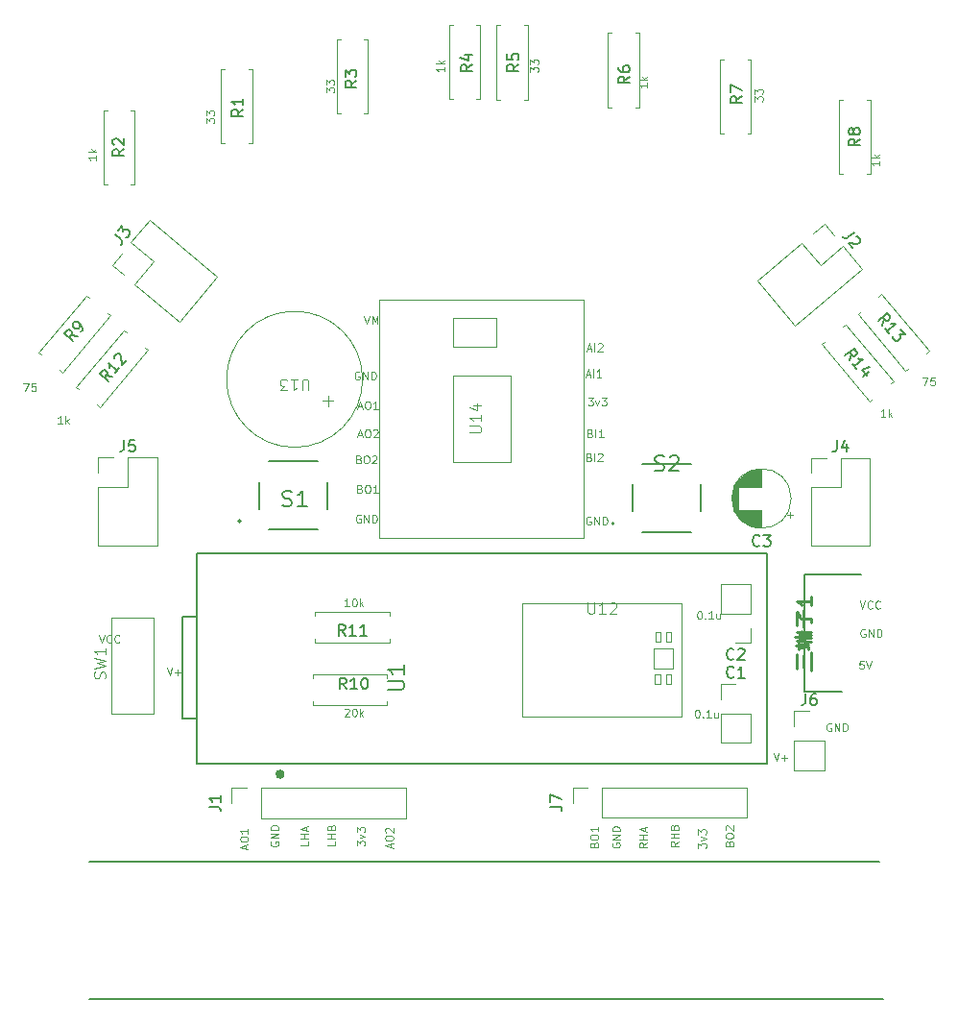
<source format=gto>
%TF.GenerationSoftware,KiCad,Pcbnew,7.0.1*%
%TF.CreationDate,2023-06-07T19:09:21+09:00*%
%TF.ProjectId,trace,74726163-652e-46b6-9963-61645f706362,rev?*%
%TF.SameCoordinates,Original*%
%TF.FileFunction,Legend,Top*%
%TF.FilePolarity,Positive*%
%FSLAX46Y46*%
G04 Gerber Fmt 4.6, Leading zero omitted, Abs format (unit mm)*
G04 Created by KiCad (PCBNEW 7.0.1) date 2023-06-07 19:09:21*
%MOMM*%
%LPD*%
G01*
G04 APERTURE LIST*
%ADD10C,0.150000*%
%ADD11C,0.100000*%
%ADD12C,0.254000*%
%ADD13C,0.120000*%
%ADD14C,0.127000*%
%ADD15C,0.400000*%
%ADD16C,0.200000*%
G04 APERTURE END LIST*
D10*
X134217500Y-125992500D02*
X168917500Y-125992500D01*
X134217500Y-138092500D02*
X99217500Y-138092500D01*
X107400000Y-113400000D02*
X108700000Y-113400000D01*
X108600000Y-104400000D02*
X107400000Y-104400000D01*
X134217500Y-138092500D02*
X169200000Y-138092500D01*
X107400000Y-104400000D02*
X107400000Y-113400000D01*
X134217500Y-125992500D02*
X99217500Y-125992500D01*
D11*
X143400000Y-88247666D02*
X143500000Y-88281000D01*
X143500000Y-88281000D02*
X143533333Y-88314333D01*
X143533333Y-88314333D02*
X143566666Y-88381000D01*
X143566666Y-88381000D02*
X143566666Y-88481000D01*
X143566666Y-88481000D02*
X143533333Y-88547666D01*
X143533333Y-88547666D02*
X143500000Y-88581000D01*
X143500000Y-88581000D02*
X143433333Y-88614333D01*
X143433333Y-88614333D02*
X143166666Y-88614333D01*
X143166666Y-88614333D02*
X143166666Y-87914333D01*
X143166666Y-87914333D02*
X143400000Y-87914333D01*
X143400000Y-87914333D02*
X143466666Y-87947666D01*
X143466666Y-87947666D02*
X143500000Y-87981000D01*
X143500000Y-87981000D02*
X143533333Y-88047666D01*
X143533333Y-88047666D02*
X143533333Y-88114333D01*
X143533333Y-88114333D02*
X143500000Y-88181000D01*
X143500000Y-88181000D02*
X143466666Y-88214333D01*
X143466666Y-88214333D02*
X143400000Y-88247666D01*
X143400000Y-88247666D02*
X143166666Y-88247666D01*
X143866666Y-88614333D02*
X143866666Y-87914333D01*
X144566666Y-88614333D02*
X144166666Y-88614333D01*
X144366666Y-88614333D02*
X144366666Y-87914333D01*
X144366666Y-87914333D02*
X144299999Y-88014333D01*
X144299999Y-88014333D02*
X144233333Y-88081000D01*
X144233333Y-88081000D02*
X144166666Y-88114333D01*
X159566666Y-116414333D02*
X159800000Y-117114333D01*
X159800000Y-117114333D02*
X160033333Y-116414333D01*
X160266666Y-116847666D02*
X160800000Y-116847666D01*
X160533333Y-117114333D02*
X160533333Y-116581000D01*
X172700000Y-83314333D02*
X173166666Y-83314333D01*
X173166666Y-83314333D02*
X172866666Y-84014333D01*
X173766667Y-83314333D02*
X173433333Y-83314333D01*
X173433333Y-83314333D02*
X173400000Y-83647666D01*
X173400000Y-83647666D02*
X173433333Y-83614333D01*
X173433333Y-83614333D02*
X173500000Y-83581000D01*
X173500000Y-83581000D02*
X173666667Y-83581000D01*
X173666667Y-83581000D02*
X173733333Y-83614333D01*
X173733333Y-83614333D02*
X173766667Y-83647666D01*
X173766667Y-83647666D02*
X173800000Y-83714333D01*
X173800000Y-83714333D02*
X173800000Y-83881000D01*
X173800000Y-83881000D02*
X173766667Y-83947666D01*
X173766667Y-83947666D02*
X173733333Y-83981000D01*
X173733333Y-83981000D02*
X173666667Y-84014333D01*
X173666667Y-84014333D02*
X173500000Y-84014333D01*
X173500000Y-84014333D02*
X173433333Y-83981000D01*
X173433333Y-83981000D02*
X173400000Y-83947666D01*
X153000000Y-103914333D02*
X153066666Y-103914333D01*
X153066666Y-103914333D02*
X153133333Y-103947666D01*
X153133333Y-103947666D02*
X153166666Y-103981000D01*
X153166666Y-103981000D02*
X153200000Y-104047666D01*
X153200000Y-104047666D02*
X153233333Y-104181000D01*
X153233333Y-104181000D02*
X153233333Y-104347666D01*
X153233333Y-104347666D02*
X153200000Y-104481000D01*
X153200000Y-104481000D02*
X153166666Y-104547666D01*
X153166666Y-104547666D02*
X153133333Y-104581000D01*
X153133333Y-104581000D02*
X153066666Y-104614333D01*
X153066666Y-104614333D02*
X153000000Y-104614333D01*
X153000000Y-104614333D02*
X152933333Y-104581000D01*
X152933333Y-104581000D02*
X152900000Y-104547666D01*
X152900000Y-104547666D02*
X152866666Y-104481000D01*
X152866666Y-104481000D02*
X152833333Y-104347666D01*
X152833333Y-104347666D02*
X152833333Y-104181000D01*
X152833333Y-104181000D02*
X152866666Y-104047666D01*
X152866666Y-104047666D02*
X152900000Y-103981000D01*
X152900000Y-103981000D02*
X152933333Y-103947666D01*
X152933333Y-103947666D02*
X153000000Y-103914333D01*
X153533333Y-104547666D02*
X153566667Y-104581000D01*
X153566667Y-104581000D02*
X153533333Y-104614333D01*
X153533333Y-104614333D02*
X153500000Y-104581000D01*
X153500000Y-104581000D02*
X153533333Y-104547666D01*
X153533333Y-104547666D02*
X153533333Y-104614333D01*
X154233333Y-104614333D02*
X153833333Y-104614333D01*
X154033333Y-104614333D02*
X154033333Y-103914333D01*
X154033333Y-103914333D02*
X153966666Y-104014333D01*
X153966666Y-104014333D02*
X153900000Y-104081000D01*
X153900000Y-104081000D02*
X153833333Y-104114333D01*
X154833333Y-104147666D02*
X154833333Y-104614333D01*
X154533333Y-104147666D02*
X154533333Y-104514333D01*
X154533333Y-104514333D02*
X154566667Y-104581000D01*
X154566667Y-104581000D02*
X154633333Y-104614333D01*
X154633333Y-104614333D02*
X154733333Y-104614333D01*
X154733333Y-104614333D02*
X154800000Y-104581000D01*
X154800000Y-104581000D02*
X154833333Y-104547666D01*
X143033333Y-83114333D02*
X143366666Y-83114333D01*
X142966666Y-83314333D02*
X143200000Y-82614333D01*
X143200000Y-82614333D02*
X143433333Y-83314333D01*
X143666666Y-83314333D02*
X143666666Y-82614333D01*
X144366666Y-83314333D02*
X143966666Y-83314333D01*
X144166666Y-83314333D02*
X144166666Y-82614333D01*
X144166666Y-82614333D02*
X144099999Y-82714333D01*
X144099999Y-82714333D02*
X144033333Y-82781000D01*
X144033333Y-82781000D02*
X143966666Y-82814333D01*
X167166666Y-103014333D02*
X167400000Y-103714333D01*
X167400000Y-103714333D02*
X167633333Y-103014333D01*
X168266666Y-103647666D02*
X168233333Y-103681000D01*
X168233333Y-103681000D02*
X168133333Y-103714333D01*
X168133333Y-103714333D02*
X168066666Y-103714333D01*
X168066666Y-103714333D02*
X167966666Y-103681000D01*
X167966666Y-103681000D02*
X167900000Y-103614333D01*
X167900000Y-103614333D02*
X167866666Y-103547666D01*
X167866666Y-103547666D02*
X167833333Y-103414333D01*
X167833333Y-103414333D02*
X167833333Y-103314333D01*
X167833333Y-103314333D02*
X167866666Y-103181000D01*
X167866666Y-103181000D02*
X167900000Y-103114333D01*
X167900000Y-103114333D02*
X167966666Y-103047666D01*
X167966666Y-103047666D02*
X168066666Y-103014333D01*
X168066666Y-103014333D02*
X168133333Y-103014333D01*
X168133333Y-103014333D02*
X168233333Y-103047666D01*
X168233333Y-103047666D02*
X168266666Y-103081000D01*
X168966666Y-103647666D02*
X168933333Y-103681000D01*
X168933333Y-103681000D02*
X168833333Y-103714333D01*
X168833333Y-103714333D02*
X168766666Y-103714333D01*
X168766666Y-103714333D02*
X168666666Y-103681000D01*
X168666666Y-103681000D02*
X168600000Y-103614333D01*
X168600000Y-103614333D02*
X168566666Y-103547666D01*
X168566666Y-103547666D02*
X168533333Y-103414333D01*
X168533333Y-103414333D02*
X168533333Y-103314333D01*
X168533333Y-103314333D02*
X168566666Y-103181000D01*
X168566666Y-103181000D02*
X168600000Y-103114333D01*
X168600000Y-103114333D02*
X168666666Y-103047666D01*
X168666666Y-103047666D02*
X168766666Y-103014333D01*
X168766666Y-103014333D02*
X168833333Y-103014333D01*
X168833333Y-103014333D02*
X168933333Y-103047666D01*
X168933333Y-103047666D02*
X168966666Y-103081000D01*
X96833333Y-87414333D02*
X96433333Y-87414333D01*
X96633333Y-87414333D02*
X96633333Y-86714333D01*
X96633333Y-86714333D02*
X96566666Y-86814333D01*
X96566666Y-86814333D02*
X96500000Y-86881000D01*
X96500000Y-86881000D02*
X96433333Y-86914333D01*
X97133333Y-87414333D02*
X97133333Y-86714333D01*
X97200000Y-87147666D02*
X97400000Y-87414333D01*
X97400000Y-86947666D02*
X97133333Y-87214333D01*
X120114333Y-58200000D02*
X120114333Y-57766666D01*
X120114333Y-57766666D02*
X120381000Y-58000000D01*
X120381000Y-58000000D02*
X120381000Y-57900000D01*
X120381000Y-57900000D02*
X120414333Y-57833333D01*
X120414333Y-57833333D02*
X120447666Y-57800000D01*
X120447666Y-57800000D02*
X120514333Y-57766666D01*
X120514333Y-57766666D02*
X120681000Y-57766666D01*
X120681000Y-57766666D02*
X120747666Y-57800000D01*
X120747666Y-57800000D02*
X120781000Y-57833333D01*
X120781000Y-57833333D02*
X120814333Y-57900000D01*
X120814333Y-57900000D02*
X120814333Y-58100000D01*
X120814333Y-58100000D02*
X120781000Y-58166666D01*
X120781000Y-58166666D02*
X120747666Y-58200000D01*
X120114333Y-57533333D02*
X120114333Y-57099999D01*
X120114333Y-57099999D02*
X120381000Y-57333333D01*
X120381000Y-57333333D02*
X120381000Y-57233333D01*
X120381000Y-57233333D02*
X120414333Y-57166666D01*
X120414333Y-57166666D02*
X120447666Y-57133333D01*
X120447666Y-57133333D02*
X120514333Y-57099999D01*
X120514333Y-57099999D02*
X120681000Y-57099999D01*
X120681000Y-57099999D02*
X120747666Y-57133333D01*
X120747666Y-57133333D02*
X120781000Y-57166666D01*
X120781000Y-57166666D02*
X120814333Y-57233333D01*
X120814333Y-57233333D02*
X120814333Y-57433333D01*
X120814333Y-57433333D02*
X120781000Y-57499999D01*
X120781000Y-57499999D02*
X120747666Y-57533333D01*
X148414333Y-124333333D02*
X148081000Y-124566666D01*
X148414333Y-124733333D02*
X147714333Y-124733333D01*
X147714333Y-124733333D02*
X147714333Y-124466666D01*
X147714333Y-124466666D02*
X147747666Y-124400000D01*
X147747666Y-124400000D02*
X147781000Y-124366666D01*
X147781000Y-124366666D02*
X147847666Y-124333333D01*
X147847666Y-124333333D02*
X147947666Y-124333333D01*
X147947666Y-124333333D02*
X148014333Y-124366666D01*
X148014333Y-124366666D02*
X148047666Y-124400000D01*
X148047666Y-124400000D02*
X148081000Y-124466666D01*
X148081000Y-124466666D02*
X148081000Y-124733333D01*
X148414333Y-124033333D02*
X147714333Y-124033333D01*
X148047666Y-124033333D02*
X148047666Y-123633333D01*
X148414333Y-123633333D02*
X147714333Y-123633333D01*
X148214333Y-123333333D02*
X148214333Y-123000000D01*
X148414333Y-123400000D02*
X147714333Y-123166667D01*
X147714333Y-123166667D02*
X148414333Y-122933333D01*
X122933333Y-88414333D02*
X123266666Y-88414333D01*
X122866666Y-88614333D02*
X123100000Y-87914333D01*
X123100000Y-87914333D02*
X123333333Y-88614333D01*
X123700000Y-87914333D02*
X123833333Y-87914333D01*
X123833333Y-87914333D02*
X123900000Y-87947666D01*
X123900000Y-87947666D02*
X123966666Y-88014333D01*
X123966666Y-88014333D02*
X124000000Y-88147666D01*
X124000000Y-88147666D02*
X124000000Y-88381000D01*
X124000000Y-88381000D02*
X123966666Y-88514333D01*
X123966666Y-88514333D02*
X123900000Y-88581000D01*
X123900000Y-88581000D02*
X123833333Y-88614333D01*
X123833333Y-88614333D02*
X123700000Y-88614333D01*
X123700000Y-88614333D02*
X123633333Y-88581000D01*
X123633333Y-88581000D02*
X123566666Y-88514333D01*
X123566666Y-88514333D02*
X123533333Y-88381000D01*
X123533333Y-88381000D02*
X123533333Y-88147666D01*
X123533333Y-88147666D02*
X123566666Y-88014333D01*
X123566666Y-88014333D02*
X123633333Y-87947666D01*
X123633333Y-87947666D02*
X123700000Y-87914333D01*
X124266666Y-87981000D02*
X124299999Y-87947666D01*
X124299999Y-87947666D02*
X124366666Y-87914333D01*
X124366666Y-87914333D02*
X124533333Y-87914333D01*
X124533333Y-87914333D02*
X124599999Y-87947666D01*
X124599999Y-87947666D02*
X124633333Y-87981000D01*
X124633333Y-87981000D02*
X124666666Y-88047666D01*
X124666666Y-88047666D02*
X124666666Y-88114333D01*
X124666666Y-88114333D02*
X124633333Y-88214333D01*
X124633333Y-88214333D02*
X124233333Y-88614333D01*
X124233333Y-88614333D02*
X124666666Y-88614333D01*
X167500000Y-108314333D02*
X167166666Y-108314333D01*
X167166666Y-108314333D02*
X167133333Y-108647666D01*
X167133333Y-108647666D02*
X167166666Y-108614333D01*
X167166666Y-108614333D02*
X167233333Y-108581000D01*
X167233333Y-108581000D02*
X167400000Y-108581000D01*
X167400000Y-108581000D02*
X167466666Y-108614333D01*
X167466666Y-108614333D02*
X167500000Y-108647666D01*
X167500000Y-108647666D02*
X167533333Y-108714333D01*
X167533333Y-108714333D02*
X167533333Y-108881000D01*
X167533333Y-108881000D02*
X167500000Y-108947666D01*
X167500000Y-108947666D02*
X167466666Y-108981000D01*
X167466666Y-108981000D02*
X167400000Y-109014333D01*
X167400000Y-109014333D02*
X167233333Y-109014333D01*
X167233333Y-109014333D02*
X167166666Y-108981000D01*
X167166666Y-108981000D02*
X167133333Y-108947666D01*
X167733333Y-108314333D02*
X167966667Y-109014333D01*
X167966667Y-109014333D02*
X168200000Y-108314333D01*
X143300000Y-90347666D02*
X143400000Y-90381000D01*
X143400000Y-90381000D02*
X143433333Y-90414333D01*
X143433333Y-90414333D02*
X143466666Y-90481000D01*
X143466666Y-90481000D02*
X143466666Y-90581000D01*
X143466666Y-90581000D02*
X143433333Y-90647666D01*
X143433333Y-90647666D02*
X143400000Y-90681000D01*
X143400000Y-90681000D02*
X143333333Y-90714333D01*
X143333333Y-90714333D02*
X143066666Y-90714333D01*
X143066666Y-90714333D02*
X143066666Y-90014333D01*
X143066666Y-90014333D02*
X143300000Y-90014333D01*
X143300000Y-90014333D02*
X143366666Y-90047666D01*
X143366666Y-90047666D02*
X143400000Y-90081000D01*
X143400000Y-90081000D02*
X143433333Y-90147666D01*
X143433333Y-90147666D02*
X143433333Y-90214333D01*
X143433333Y-90214333D02*
X143400000Y-90281000D01*
X143400000Y-90281000D02*
X143366666Y-90314333D01*
X143366666Y-90314333D02*
X143300000Y-90347666D01*
X143300000Y-90347666D02*
X143066666Y-90347666D01*
X143766666Y-90714333D02*
X143766666Y-90014333D01*
X144066666Y-90081000D02*
X144099999Y-90047666D01*
X144099999Y-90047666D02*
X144166666Y-90014333D01*
X144166666Y-90014333D02*
X144333333Y-90014333D01*
X144333333Y-90014333D02*
X144399999Y-90047666D01*
X144399999Y-90047666D02*
X144433333Y-90081000D01*
X144433333Y-90081000D02*
X144466666Y-90147666D01*
X144466666Y-90147666D02*
X144466666Y-90214333D01*
X144466666Y-90214333D02*
X144433333Y-90314333D01*
X144433333Y-90314333D02*
X144033333Y-90714333D01*
X144033333Y-90714333D02*
X144466666Y-90714333D01*
X143200000Y-85114333D02*
X143633333Y-85114333D01*
X143633333Y-85114333D02*
X143400000Y-85381000D01*
X143400000Y-85381000D02*
X143500000Y-85381000D01*
X143500000Y-85381000D02*
X143566666Y-85414333D01*
X143566666Y-85414333D02*
X143600000Y-85447666D01*
X143600000Y-85447666D02*
X143633333Y-85514333D01*
X143633333Y-85514333D02*
X143633333Y-85681000D01*
X143633333Y-85681000D02*
X143600000Y-85747666D01*
X143600000Y-85747666D02*
X143566666Y-85781000D01*
X143566666Y-85781000D02*
X143500000Y-85814333D01*
X143500000Y-85814333D02*
X143300000Y-85814333D01*
X143300000Y-85814333D02*
X143233333Y-85781000D01*
X143233333Y-85781000D02*
X143200000Y-85747666D01*
X143866667Y-85347666D02*
X144033333Y-85814333D01*
X144033333Y-85814333D02*
X144200000Y-85347666D01*
X144400000Y-85114333D02*
X144833333Y-85114333D01*
X144833333Y-85114333D02*
X144600000Y-85381000D01*
X144600000Y-85381000D02*
X144700000Y-85381000D01*
X144700000Y-85381000D02*
X144766666Y-85414333D01*
X144766666Y-85414333D02*
X144800000Y-85447666D01*
X144800000Y-85447666D02*
X144833333Y-85514333D01*
X144833333Y-85514333D02*
X144833333Y-85681000D01*
X144833333Y-85681000D02*
X144800000Y-85747666D01*
X144800000Y-85747666D02*
X144766666Y-85781000D01*
X144766666Y-85781000D02*
X144700000Y-85814333D01*
X144700000Y-85814333D02*
X144500000Y-85814333D01*
X144500000Y-85814333D02*
X144433333Y-85781000D01*
X144433333Y-85781000D02*
X144400000Y-85747666D01*
X169433333Y-86814333D02*
X169033333Y-86814333D01*
X169233333Y-86814333D02*
X169233333Y-86114333D01*
X169233333Y-86114333D02*
X169166666Y-86214333D01*
X169166666Y-86214333D02*
X169100000Y-86281000D01*
X169100000Y-86281000D02*
X169033333Y-86314333D01*
X169733333Y-86814333D02*
X169733333Y-86114333D01*
X169800000Y-86547666D02*
X170000000Y-86814333D01*
X170000000Y-86347666D02*
X169733333Y-86614333D01*
X151180333Y-124233333D02*
X150847000Y-124466666D01*
X151180333Y-124633333D02*
X150480333Y-124633333D01*
X150480333Y-124633333D02*
X150480333Y-124366666D01*
X150480333Y-124366666D02*
X150513666Y-124300000D01*
X150513666Y-124300000D02*
X150547000Y-124266666D01*
X150547000Y-124266666D02*
X150613666Y-124233333D01*
X150613666Y-124233333D02*
X150713666Y-124233333D01*
X150713666Y-124233333D02*
X150780333Y-124266666D01*
X150780333Y-124266666D02*
X150813666Y-124300000D01*
X150813666Y-124300000D02*
X150847000Y-124366666D01*
X150847000Y-124366666D02*
X150847000Y-124633333D01*
X151180333Y-123933333D02*
X150480333Y-123933333D01*
X150813666Y-123933333D02*
X150813666Y-123533333D01*
X151180333Y-123533333D02*
X150480333Y-123533333D01*
X150813666Y-122966667D02*
X150847000Y-122866667D01*
X150847000Y-122866667D02*
X150880333Y-122833333D01*
X150880333Y-122833333D02*
X150947000Y-122800000D01*
X150947000Y-122800000D02*
X151047000Y-122800000D01*
X151047000Y-122800000D02*
X151113666Y-122833333D01*
X151113666Y-122833333D02*
X151147000Y-122866667D01*
X151147000Y-122866667D02*
X151180333Y-122933333D01*
X151180333Y-122933333D02*
X151180333Y-123200000D01*
X151180333Y-123200000D02*
X150480333Y-123200000D01*
X150480333Y-123200000D02*
X150480333Y-122966667D01*
X150480333Y-122966667D02*
X150513666Y-122900000D01*
X150513666Y-122900000D02*
X150547000Y-122866667D01*
X150547000Y-122866667D02*
X150613666Y-122833333D01*
X150613666Y-122833333D02*
X150680333Y-122833333D01*
X150680333Y-122833333D02*
X150747000Y-122866667D01*
X150747000Y-122866667D02*
X150780333Y-122900000D01*
X150780333Y-122900000D02*
X150813666Y-122966667D01*
X150813666Y-122966667D02*
X150813666Y-123200000D01*
X143433333Y-95647666D02*
X143366666Y-95614333D01*
X143366666Y-95614333D02*
X143266666Y-95614333D01*
X143266666Y-95614333D02*
X143166666Y-95647666D01*
X143166666Y-95647666D02*
X143100000Y-95714333D01*
X143100000Y-95714333D02*
X143066666Y-95781000D01*
X143066666Y-95781000D02*
X143033333Y-95914333D01*
X143033333Y-95914333D02*
X143033333Y-96014333D01*
X143033333Y-96014333D02*
X143066666Y-96147666D01*
X143066666Y-96147666D02*
X143100000Y-96214333D01*
X143100000Y-96214333D02*
X143166666Y-96281000D01*
X143166666Y-96281000D02*
X143266666Y-96314333D01*
X143266666Y-96314333D02*
X143333333Y-96314333D01*
X143333333Y-96314333D02*
X143433333Y-96281000D01*
X143433333Y-96281000D02*
X143466666Y-96247666D01*
X143466666Y-96247666D02*
X143466666Y-96014333D01*
X143466666Y-96014333D02*
X143333333Y-96014333D01*
X143766666Y-96314333D02*
X143766666Y-95614333D01*
X143766666Y-95614333D02*
X144166666Y-96314333D01*
X144166666Y-96314333D02*
X144166666Y-95614333D01*
X144499999Y-96314333D02*
X144499999Y-95614333D01*
X144499999Y-95614333D02*
X144666666Y-95614333D01*
X144666666Y-95614333D02*
X144766666Y-95647666D01*
X144766666Y-95647666D02*
X144833333Y-95714333D01*
X144833333Y-95714333D02*
X144866666Y-95781000D01*
X144866666Y-95781000D02*
X144899999Y-95914333D01*
X144899999Y-95914333D02*
X144899999Y-96014333D01*
X144899999Y-96014333D02*
X144866666Y-96147666D01*
X144866666Y-96147666D02*
X144833333Y-96214333D01*
X144833333Y-96214333D02*
X144766666Y-96281000D01*
X144766666Y-96281000D02*
X144666666Y-96314333D01*
X144666666Y-96314333D02*
X144499999Y-96314333D01*
X130514333Y-55966666D02*
X130514333Y-56366666D01*
X130514333Y-56166666D02*
X129814333Y-56166666D01*
X129814333Y-56166666D02*
X129914333Y-56233333D01*
X129914333Y-56233333D02*
X129981000Y-56300000D01*
X129981000Y-56300000D02*
X130014333Y-56366666D01*
X130514333Y-55666666D02*
X129814333Y-55666666D01*
X130247666Y-55599999D02*
X130514333Y-55399999D01*
X130047666Y-55399999D02*
X130314333Y-55666666D01*
X123033333Y-82847666D02*
X122966666Y-82814333D01*
X122966666Y-82814333D02*
X122866666Y-82814333D01*
X122866666Y-82814333D02*
X122766666Y-82847666D01*
X122766666Y-82847666D02*
X122700000Y-82914333D01*
X122700000Y-82914333D02*
X122666666Y-82981000D01*
X122666666Y-82981000D02*
X122633333Y-83114333D01*
X122633333Y-83114333D02*
X122633333Y-83214333D01*
X122633333Y-83214333D02*
X122666666Y-83347666D01*
X122666666Y-83347666D02*
X122700000Y-83414333D01*
X122700000Y-83414333D02*
X122766666Y-83481000D01*
X122766666Y-83481000D02*
X122866666Y-83514333D01*
X122866666Y-83514333D02*
X122933333Y-83514333D01*
X122933333Y-83514333D02*
X123033333Y-83481000D01*
X123033333Y-83481000D02*
X123066666Y-83447666D01*
X123066666Y-83447666D02*
X123066666Y-83214333D01*
X123066666Y-83214333D02*
X122933333Y-83214333D01*
X123366666Y-83514333D02*
X123366666Y-82814333D01*
X123366666Y-82814333D02*
X123766666Y-83514333D01*
X123766666Y-83514333D02*
X123766666Y-82814333D01*
X124099999Y-83514333D02*
X124099999Y-82814333D01*
X124099999Y-82814333D02*
X124266666Y-82814333D01*
X124266666Y-82814333D02*
X124366666Y-82847666D01*
X124366666Y-82847666D02*
X124433333Y-82914333D01*
X124433333Y-82914333D02*
X124466666Y-82981000D01*
X124466666Y-82981000D02*
X124499999Y-83114333D01*
X124499999Y-83114333D02*
X124499999Y-83214333D01*
X124499999Y-83214333D02*
X124466666Y-83347666D01*
X124466666Y-83347666D02*
X124433333Y-83414333D01*
X124433333Y-83414333D02*
X124366666Y-83481000D01*
X124366666Y-83481000D02*
X124266666Y-83514333D01*
X124266666Y-83514333D02*
X124099999Y-83514333D01*
X123100000Y-93147666D02*
X123200000Y-93181000D01*
X123200000Y-93181000D02*
X123233333Y-93214333D01*
X123233333Y-93214333D02*
X123266666Y-93281000D01*
X123266666Y-93281000D02*
X123266666Y-93381000D01*
X123266666Y-93381000D02*
X123233333Y-93447666D01*
X123233333Y-93447666D02*
X123200000Y-93481000D01*
X123200000Y-93481000D02*
X123133333Y-93514333D01*
X123133333Y-93514333D02*
X122866666Y-93514333D01*
X122866666Y-93514333D02*
X122866666Y-92814333D01*
X122866666Y-92814333D02*
X123100000Y-92814333D01*
X123100000Y-92814333D02*
X123166666Y-92847666D01*
X123166666Y-92847666D02*
X123200000Y-92881000D01*
X123200000Y-92881000D02*
X123233333Y-92947666D01*
X123233333Y-92947666D02*
X123233333Y-93014333D01*
X123233333Y-93014333D02*
X123200000Y-93081000D01*
X123200000Y-93081000D02*
X123166666Y-93114333D01*
X123166666Y-93114333D02*
X123100000Y-93147666D01*
X123100000Y-93147666D02*
X122866666Y-93147666D01*
X123700000Y-92814333D02*
X123833333Y-92814333D01*
X123833333Y-92814333D02*
X123900000Y-92847666D01*
X123900000Y-92847666D02*
X123966666Y-92914333D01*
X123966666Y-92914333D02*
X124000000Y-93047666D01*
X124000000Y-93047666D02*
X124000000Y-93281000D01*
X124000000Y-93281000D02*
X123966666Y-93414333D01*
X123966666Y-93414333D02*
X123900000Y-93481000D01*
X123900000Y-93481000D02*
X123833333Y-93514333D01*
X123833333Y-93514333D02*
X123700000Y-93514333D01*
X123700000Y-93514333D02*
X123633333Y-93481000D01*
X123633333Y-93481000D02*
X123566666Y-93414333D01*
X123566666Y-93414333D02*
X123533333Y-93281000D01*
X123533333Y-93281000D02*
X123533333Y-93047666D01*
X123533333Y-93047666D02*
X123566666Y-92914333D01*
X123566666Y-92914333D02*
X123633333Y-92847666D01*
X123633333Y-92847666D02*
X123700000Y-92814333D01*
X124666666Y-93514333D02*
X124266666Y-93514333D01*
X124466666Y-93514333D02*
X124466666Y-92814333D01*
X124466666Y-92814333D02*
X124399999Y-92914333D01*
X124399999Y-92914333D02*
X124333333Y-92981000D01*
X124333333Y-92981000D02*
X124266666Y-93014333D01*
X123133333Y-95447666D02*
X123066666Y-95414333D01*
X123066666Y-95414333D02*
X122966666Y-95414333D01*
X122966666Y-95414333D02*
X122866666Y-95447666D01*
X122866666Y-95447666D02*
X122800000Y-95514333D01*
X122800000Y-95514333D02*
X122766666Y-95581000D01*
X122766666Y-95581000D02*
X122733333Y-95714333D01*
X122733333Y-95714333D02*
X122733333Y-95814333D01*
X122733333Y-95814333D02*
X122766666Y-95947666D01*
X122766666Y-95947666D02*
X122800000Y-96014333D01*
X122800000Y-96014333D02*
X122866666Y-96081000D01*
X122866666Y-96081000D02*
X122966666Y-96114333D01*
X122966666Y-96114333D02*
X123033333Y-96114333D01*
X123033333Y-96114333D02*
X123133333Y-96081000D01*
X123133333Y-96081000D02*
X123166666Y-96047666D01*
X123166666Y-96047666D02*
X123166666Y-95814333D01*
X123166666Y-95814333D02*
X123033333Y-95814333D01*
X123466666Y-96114333D02*
X123466666Y-95414333D01*
X123466666Y-95414333D02*
X123866666Y-96114333D01*
X123866666Y-96114333D02*
X123866666Y-95414333D01*
X124199999Y-96114333D02*
X124199999Y-95414333D01*
X124199999Y-95414333D02*
X124366666Y-95414333D01*
X124366666Y-95414333D02*
X124466666Y-95447666D01*
X124466666Y-95447666D02*
X124533333Y-95514333D01*
X124533333Y-95514333D02*
X124566666Y-95581000D01*
X124566666Y-95581000D02*
X124599999Y-95714333D01*
X124599999Y-95714333D02*
X124599999Y-95814333D01*
X124599999Y-95814333D02*
X124566666Y-95947666D01*
X124566666Y-95947666D02*
X124533333Y-96014333D01*
X124533333Y-96014333D02*
X124466666Y-96081000D01*
X124466666Y-96081000D02*
X124366666Y-96114333D01*
X124366666Y-96114333D02*
X124199999Y-96114333D01*
X152800000Y-112614333D02*
X152866666Y-112614333D01*
X152866666Y-112614333D02*
X152933333Y-112647666D01*
X152933333Y-112647666D02*
X152966666Y-112681000D01*
X152966666Y-112681000D02*
X153000000Y-112747666D01*
X153000000Y-112747666D02*
X153033333Y-112881000D01*
X153033333Y-112881000D02*
X153033333Y-113047666D01*
X153033333Y-113047666D02*
X153000000Y-113181000D01*
X153000000Y-113181000D02*
X152966666Y-113247666D01*
X152966666Y-113247666D02*
X152933333Y-113281000D01*
X152933333Y-113281000D02*
X152866666Y-113314333D01*
X152866666Y-113314333D02*
X152800000Y-113314333D01*
X152800000Y-113314333D02*
X152733333Y-113281000D01*
X152733333Y-113281000D02*
X152700000Y-113247666D01*
X152700000Y-113247666D02*
X152666666Y-113181000D01*
X152666666Y-113181000D02*
X152633333Y-113047666D01*
X152633333Y-113047666D02*
X152633333Y-112881000D01*
X152633333Y-112881000D02*
X152666666Y-112747666D01*
X152666666Y-112747666D02*
X152700000Y-112681000D01*
X152700000Y-112681000D02*
X152733333Y-112647666D01*
X152733333Y-112647666D02*
X152800000Y-112614333D01*
X153333333Y-113247666D02*
X153366667Y-113281000D01*
X153366667Y-113281000D02*
X153333333Y-113314333D01*
X153333333Y-113314333D02*
X153300000Y-113281000D01*
X153300000Y-113281000D02*
X153333333Y-113247666D01*
X153333333Y-113247666D02*
X153333333Y-113314333D01*
X154033333Y-113314333D02*
X153633333Y-113314333D01*
X153833333Y-113314333D02*
X153833333Y-112614333D01*
X153833333Y-112614333D02*
X153766666Y-112714333D01*
X153766666Y-112714333D02*
X153700000Y-112781000D01*
X153700000Y-112781000D02*
X153633333Y-112814333D01*
X154633333Y-112847666D02*
X154633333Y-113314333D01*
X154333333Y-112847666D02*
X154333333Y-113214333D01*
X154333333Y-113214333D02*
X154366667Y-113281000D01*
X154366667Y-113281000D02*
X154433333Y-113314333D01*
X154433333Y-113314333D02*
X154533333Y-113314333D01*
X154533333Y-113314333D02*
X154600000Y-113281000D01*
X154600000Y-113281000D02*
X154633333Y-113247666D01*
X148414333Y-57366666D02*
X148414333Y-57766666D01*
X148414333Y-57566666D02*
X147714333Y-57566666D01*
X147714333Y-57566666D02*
X147814333Y-57633333D01*
X147814333Y-57633333D02*
X147881000Y-57700000D01*
X147881000Y-57700000D02*
X147914333Y-57766666D01*
X148414333Y-57066666D02*
X147714333Y-57066666D01*
X148147666Y-56999999D02*
X148414333Y-56799999D01*
X147947666Y-56799999D02*
X148214333Y-57066666D01*
X143133333Y-80814333D02*
X143466666Y-80814333D01*
X143066666Y-81014333D02*
X143300000Y-80314333D01*
X143300000Y-80314333D02*
X143533333Y-81014333D01*
X143766666Y-81014333D02*
X143766666Y-80314333D01*
X144066666Y-80381000D02*
X144099999Y-80347666D01*
X144099999Y-80347666D02*
X144166666Y-80314333D01*
X144166666Y-80314333D02*
X144333333Y-80314333D01*
X144333333Y-80314333D02*
X144399999Y-80347666D01*
X144399999Y-80347666D02*
X144433333Y-80381000D01*
X144433333Y-80381000D02*
X144466666Y-80447666D01*
X144466666Y-80447666D02*
X144466666Y-80514333D01*
X144466666Y-80514333D02*
X144433333Y-80614333D01*
X144433333Y-80614333D02*
X144033333Y-81014333D01*
X144033333Y-81014333D02*
X144466666Y-81014333D01*
X123466666Y-77914333D02*
X123700000Y-78614333D01*
X123700000Y-78614333D02*
X123933333Y-77914333D01*
X124166666Y-78614333D02*
X124166666Y-77914333D01*
X124166666Y-77914333D02*
X124400000Y-78414333D01*
X124400000Y-78414333D02*
X124633333Y-77914333D01*
X124633333Y-77914333D02*
X124633333Y-78614333D01*
X99814333Y-63766666D02*
X99814333Y-64166666D01*
X99814333Y-63966666D02*
X99114333Y-63966666D01*
X99114333Y-63966666D02*
X99214333Y-64033333D01*
X99214333Y-64033333D02*
X99281000Y-64100000D01*
X99281000Y-64100000D02*
X99314333Y-64166666D01*
X99814333Y-63466666D02*
X99114333Y-63466666D01*
X99547666Y-63399999D02*
X99814333Y-63199999D01*
X99347666Y-63199999D02*
X99614333Y-63466666D01*
X93400000Y-83814333D02*
X93866666Y-83814333D01*
X93866666Y-83814333D02*
X93566666Y-84514333D01*
X94466667Y-83814333D02*
X94133333Y-83814333D01*
X94133333Y-83814333D02*
X94100000Y-84147666D01*
X94100000Y-84147666D02*
X94133333Y-84114333D01*
X94133333Y-84114333D02*
X94200000Y-84081000D01*
X94200000Y-84081000D02*
X94366667Y-84081000D01*
X94366667Y-84081000D02*
X94433333Y-84114333D01*
X94433333Y-84114333D02*
X94466667Y-84147666D01*
X94466667Y-84147666D02*
X94500000Y-84214333D01*
X94500000Y-84214333D02*
X94500000Y-84381000D01*
X94500000Y-84381000D02*
X94466667Y-84447666D01*
X94466667Y-84447666D02*
X94433333Y-84481000D01*
X94433333Y-84481000D02*
X94366667Y-84514333D01*
X94366667Y-84514333D02*
X94200000Y-84514333D01*
X94200000Y-84514333D02*
X94133333Y-84481000D01*
X94133333Y-84481000D02*
X94100000Y-84447666D01*
X164633333Y-113847666D02*
X164566666Y-113814333D01*
X164566666Y-113814333D02*
X164466666Y-113814333D01*
X164466666Y-113814333D02*
X164366666Y-113847666D01*
X164366666Y-113847666D02*
X164300000Y-113914333D01*
X164300000Y-113914333D02*
X164266666Y-113981000D01*
X164266666Y-113981000D02*
X164233333Y-114114333D01*
X164233333Y-114114333D02*
X164233333Y-114214333D01*
X164233333Y-114214333D02*
X164266666Y-114347666D01*
X164266666Y-114347666D02*
X164300000Y-114414333D01*
X164300000Y-114414333D02*
X164366666Y-114481000D01*
X164366666Y-114481000D02*
X164466666Y-114514333D01*
X164466666Y-114514333D02*
X164533333Y-114514333D01*
X164533333Y-114514333D02*
X164633333Y-114481000D01*
X164633333Y-114481000D02*
X164666666Y-114447666D01*
X164666666Y-114447666D02*
X164666666Y-114214333D01*
X164666666Y-114214333D02*
X164533333Y-114214333D01*
X164966666Y-114514333D02*
X164966666Y-113814333D01*
X164966666Y-113814333D02*
X165366666Y-114514333D01*
X165366666Y-114514333D02*
X165366666Y-113814333D01*
X165699999Y-114514333D02*
X165699999Y-113814333D01*
X165699999Y-113814333D02*
X165866666Y-113814333D01*
X165866666Y-113814333D02*
X165966666Y-113847666D01*
X165966666Y-113847666D02*
X166033333Y-113914333D01*
X166033333Y-113914333D02*
X166066666Y-113981000D01*
X166066666Y-113981000D02*
X166099999Y-114114333D01*
X166099999Y-114114333D02*
X166099999Y-114214333D01*
X166099999Y-114214333D02*
X166066666Y-114347666D01*
X166066666Y-114347666D02*
X166033333Y-114414333D01*
X166033333Y-114414333D02*
X165966666Y-114481000D01*
X165966666Y-114481000D02*
X165866666Y-114514333D01*
X165866666Y-114514333D02*
X165699999Y-114514333D01*
X138114333Y-56400000D02*
X138114333Y-55966666D01*
X138114333Y-55966666D02*
X138381000Y-56200000D01*
X138381000Y-56200000D02*
X138381000Y-56100000D01*
X138381000Y-56100000D02*
X138414333Y-56033333D01*
X138414333Y-56033333D02*
X138447666Y-56000000D01*
X138447666Y-56000000D02*
X138514333Y-55966666D01*
X138514333Y-55966666D02*
X138681000Y-55966666D01*
X138681000Y-55966666D02*
X138747666Y-56000000D01*
X138747666Y-56000000D02*
X138781000Y-56033333D01*
X138781000Y-56033333D02*
X138814333Y-56100000D01*
X138814333Y-56100000D02*
X138814333Y-56300000D01*
X138814333Y-56300000D02*
X138781000Y-56366666D01*
X138781000Y-56366666D02*
X138747666Y-56400000D01*
X138114333Y-55733333D02*
X138114333Y-55299999D01*
X138114333Y-55299999D02*
X138381000Y-55533333D01*
X138381000Y-55533333D02*
X138381000Y-55433333D01*
X138381000Y-55433333D02*
X138414333Y-55366666D01*
X138414333Y-55366666D02*
X138447666Y-55333333D01*
X138447666Y-55333333D02*
X138514333Y-55299999D01*
X138514333Y-55299999D02*
X138681000Y-55299999D01*
X138681000Y-55299999D02*
X138747666Y-55333333D01*
X138747666Y-55333333D02*
X138781000Y-55366666D01*
X138781000Y-55366666D02*
X138814333Y-55433333D01*
X138814333Y-55433333D02*
X138814333Y-55633333D01*
X138814333Y-55633333D02*
X138781000Y-55699999D01*
X138781000Y-55699999D02*
X138747666Y-55733333D01*
X106066666Y-108914333D02*
X106300000Y-109614333D01*
X106300000Y-109614333D02*
X106533333Y-108914333D01*
X106766666Y-109347666D02*
X107300000Y-109347666D01*
X107033333Y-109614333D02*
X107033333Y-109081000D01*
X115247666Y-124266666D02*
X115214333Y-124333333D01*
X115214333Y-124333333D02*
X115214333Y-124433333D01*
X115214333Y-124433333D02*
X115247666Y-124533333D01*
X115247666Y-124533333D02*
X115314333Y-124600000D01*
X115314333Y-124600000D02*
X115381000Y-124633333D01*
X115381000Y-124633333D02*
X115514333Y-124666666D01*
X115514333Y-124666666D02*
X115614333Y-124666666D01*
X115614333Y-124666666D02*
X115747666Y-124633333D01*
X115747666Y-124633333D02*
X115814333Y-124600000D01*
X115814333Y-124600000D02*
X115881000Y-124533333D01*
X115881000Y-124533333D02*
X115914333Y-124433333D01*
X115914333Y-124433333D02*
X115914333Y-124366666D01*
X115914333Y-124366666D02*
X115881000Y-124266666D01*
X115881000Y-124266666D02*
X115847666Y-124233333D01*
X115847666Y-124233333D02*
X115614333Y-124233333D01*
X115614333Y-124233333D02*
X115614333Y-124366666D01*
X115914333Y-123933333D02*
X115214333Y-123933333D01*
X115214333Y-123933333D02*
X115914333Y-123533333D01*
X115914333Y-123533333D02*
X115214333Y-123533333D01*
X115914333Y-123200000D02*
X115214333Y-123200000D01*
X115214333Y-123200000D02*
X115214333Y-123033333D01*
X115214333Y-123033333D02*
X115247666Y-122933333D01*
X115247666Y-122933333D02*
X115314333Y-122866667D01*
X115314333Y-122866667D02*
X115381000Y-122833333D01*
X115381000Y-122833333D02*
X115514333Y-122800000D01*
X115514333Y-122800000D02*
X115614333Y-122800000D01*
X115614333Y-122800000D02*
X115747666Y-122833333D01*
X115747666Y-122833333D02*
X115814333Y-122866667D01*
X115814333Y-122866667D02*
X115881000Y-122933333D01*
X115881000Y-122933333D02*
X115914333Y-123033333D01*
X115914333Y-123033333D02*
X115914333Y-123200000D01*
X152914333Y-124800000D02*
X152914333Y-124366666D01*
X152914333Y-124366666D02*
X153181000Y-124600000D01*
X153181000Y-124600000D02*
X153181000Y-124500000D01*
X153181000Y-124500000D02*
X153214333Y-124433333D01*
X153214333Y-124433333D02*
X153247666Y-124400000D01*
X153247666Y-124400000D02*
X153314333Y-124366666D01*
X153314333Y-124366666D02*
X153481000Y-124366666D01*
X153481000Y-124366666D02*
X153547666Y-124400000D01*
X153547666Y-124400000D02*
X153581000Y-124433333D01*
X153581000Y-124433333D02*
X153614333Y-124500000D01*
X153614333Y-124500000D02*
X153614333Y-124700000D01*
X153614333Y-124700000D02*
X153581000Y-124766666D01*
X153581000Y-124766666D02*
X153547666Y-124800000D01*
X153147666Y-124133333D02*
X153614333Y-123966666D01*
X153614333Y-123966666D02*
X153147666Y-123799999D01*
X152914333Y-123600000D02*
X152914333Y-123166666D01*
X152914333Y-123166666D02*
X153181000Y-123400000D01*
X153181000Y-123400000D02*
X153181000Y-123300000D01*
X153181000Y-123300000D02*
X153214333Y-123233333D01*
X153214333Y-123233333D02*
X153247666Y-123200000D01*
X153247666Y-123200000D02*
X153314333Y-123166666D01*
X153314333Y-123166666D02*
X153481000Y-123166666D01*
X153481000Y-123166666D02*
X153547666Y-123200000D01*
X153547666Y-123200000D02*
X153581000Y-123233333D01*
X153581000Y-123233333D02*
X153614333Y-123300000D01*
X153614333Y-123300000D02*
X153614333Y-123500000D01*
X153614333Y-123500000D02*
X153581000Y-123566666D01*
X153581000Y-123566666D02*
X153547666Y-123600000D01*
X123000000Y-90547666D02*
X123100000Y-90581000D01*
X123100000Y-90581000D02*
X123133333Y-90614333D01*
X123133333Y-90614333D02*
X123166666Y-90681000D01*
X123166666Y-90681000D02*
X123166666Y-90781000D01*
X123166666Y-90781000D02*
X123133333Y-90847666D01*
X123133333Y-90847666D02*
X123100000Y-90881000D01*
X123100000Y-90881000D02*
X123033333Y-90914333D01*
X123033333Y-90914333D02*
X122766666Y-90914333D01*
X122766666Y-90914333D02*
X122766666Y-90214333D01*
X122766666Y-90214333D02*
X123000000Y-90214333D01*
X123000000Y-90214333D02*
X123066666Y-90247666D01*
X123066666Y-90247666D02*
X123100000Y-90281000D01*
X123100000Y-90281000D02*
X123133333Y-90347666D01*
X123133333Y-90347666D02*
X123133333Y-90414333D01*
X123133333Y-90414333D02*
X123100000Y-90481000D01*
X123100000Y-90481000D02*
X123066666Y-90514333D01*
X123066666Y-90514333D02*
X123000000Y-90547666D01*
X123000000Y-90547666D02*
X122766666Y-90547666D01*
X123600000Y-90214333D02*
X123733333Y-90214333D01*
X123733333Y-90214333D02*
X123800000Y-90247666D01*
X123800000Y-90247666D02*
X123866666Y-90314333D01*
X123866666Y-90314333D02*
X123900000Y-90447666D01*
X123900000Y-90447666D02*
X123900000Y-90681000D01*
X123900000Y-90681000D02*
X123866666Y-90814333D01*
X123866666Y-90814333D02*
X123800000Y-90881000D01*
X123800000Y-90881000D02*
X123733333Y-90914333D01*
X123733333Y-90914333D02*
X123600000Y-90914333D01*
X123600000Y-90914333D02*
X123533333Y-90881000D01*
X123533333Y-90881000D02*
X123466666Y-90814333D01*
X123466666Y-90814333D02*
X123433333Y-90681000D01*
X123433333Y-90681000D02*
X123433333Y-90447666D01*
X123433333Y-90447666D02*
X123466666Y-90314333D01*
X123466666Y-90314333D02*
X123533333Y-90247666D01*
X123533333Y-90247666D02*
X123600000Y-90214333D01*
X124166666Y-90281000D02*
X124199999Y-90247666D01*
X124199999Y-90247666D02*
X124266666Y-90214333D01*
X124266666Y-90214333D02*
X124433333Y-90214333D01*
X124433333Y-90214333D02*
X124499999Y-90247666D01*
X124499999Y-90247666D02*
X124533333Y-90281000D01*
X124533333Y-90281000D02*
X124566666Y-90347666D01*
X124566666Y-90347666D02*
X124566666Y-90414333D01*
X124566666Y-90414333D02*
X124533333Y-90514333D01*
X124533333Y-90514333D02*
X124133333Y-90914333D01*
X124133333Y-90914333D02*
X124566666Y-90914333D01*
X157914333Y-59000000D02*
X157914333Y-58566666D01*
X157914333Y-58566666D02*
X158181000Y-58800000D01*
X158181000Y-58800000D02*
X158181000Y-58700000D01*
X158181000Y-58700000D02*
X158214333Y-58633333D01*
X158214333Y-58633333D02*
X158247666Y-58600000D01*
X158247666Y-58600000D02*
X158314333Y-58566666D01*
X158314333Y-58566666D02*
X158481000Y-58566666D01*
X158481000Y-58566666D02*
X158547666Y-58600000D01*
X158547666Y-58600000D02*
X158581000Y-58633333D01*
X158581000Y-58633333D02*
X158614333Y-58700000D01*
X158614333Y-58700000D02*
X158614333Y-58900000D01*
X158614333Y-58900000D02*
X158581000Y-58966666D01*
X158581000Y-58966666D02*
X158547666Y-59000000D01*
X157914333Y-58333333D02*
X157914333Y-57899999D01*
X157914333Y-57899999D02*
X158181000Y-58133333D01*
X158181000Y-58133333D02*
X158181000Y-58033333D01*
X158181000Y-58033333D02*
X158214333Y-57966666D01*
X158214333Y-57966666D02*
X158247666Y-57933333D01*
X158247666Y-57933333D02*
X158314333Y-57899999D01*
X158314333Y-57899999D02*
X158481000Y-57899999D01*
X158481000Y-57899999D02*
X158547666Y-57933333D01*
X158547666Y-57933333D02*
X158581000Y-57966666D01*
X158581000Y-57966666D02*
X158614333Y-58033333D01*
X158614333Y-58033333D02*
X158614333Y-58233333D01*
X158614333Y-58233333D02*
X158581000Y-58299999D01*
X158581000Y-58299999D02*
X158547666Y-58333333D01*
X167633333Y-105547666D02*
X167566666Y-105514333D01*
X167566666Y-105514333D02*
X167466666Y-105514333D01*
X167466666Y-105514333D02*
X167366666Y-105547666D01*
X167366666Y-105547666D02*
X167300000Y-105614333D01*
X167300000Y-105614333D02*
X167266666Y-105681000D01*
X167266666Y-105681000D02*
X167233333Y-105814333D01*
X167233333Y-105814333D02*
X167233333Y-105914333D01*
X167233333Y-105914333D02*
X167266666Y-106047666D01*
X167266666Y-106047666D02*
X167300000Y-106114333D01*
X167300000Y-106114333D02*
X167366666Y-106181000D01*
X167366666Y-106181000D02*
X167466666Y-106214333D01*
X167466666Y-106214333D02*
X167533333Y-106214333D01*
X167533333Y-106214333D02*
X167633333Y-106181000D01*
X167633333Y-106181000D02*
X167666666Y-106147666D01*
X167666666Y-106147666D02*
X167666666Y-105914333D01*
X167666666Y-105914333D02*
X167533333Y-105914333D01*
X167966666Y-106214333D02*
X167966666Y-105514333D01*
X167966666Y-105514333D02*
X168366666Y-106214333D01*
X168366666Y-106214333D02*
X168366666Y-105514333D01*
X168699999Y-106214333D02*
X168699999Y-105514333D01*
X168699999Y-105514333D02*
X168866666Y-105514333D01*
X168866666Y-105514333D02*
X168966666Y-105547666D01*
X168966666Y-105547666D02*
X169033333Y-105614333D01*
X169033333Y-105614333D02*
X169066666Y-105681000D01*
X169066666Y-105681000D02*
X169099999Y-105814333D01*
X169099999Y-105814333D02*
X169099999Y-105914333D01*
X169099999Y-105914333D02*
X169066666Y-106047666D01*
X169066666Y-106047666D02*
X169033333Y-106114333D01*
X169033333Y-106114333D02*
X168966666Y-106181000D01*
X168966666Y-106181000D02*
X168866666Y-106214333D01*
X168866666Y-106214333D02*
X168699999Y-106214333D01*
X155647666Y-124400000D02*
X155681000Y-124300000D01*
X155681000Y-124300000D02*
X155714333Y-124266666D01*
X155714333Y-124266666D02*
X155781000Y-124233333D01*
X155781000Y-124233333D02*
X155881000Y-124233333D01*
X155881000Y-124233333D02*
X155947666Y-124266666D01*
X155947666Y-124266666D02*
X155981000Y-124300000D01*
X155981000Y-124300000D02*
X156014333Y-124366666D01*
X156014333Y-124366666D02*
X156014333Y-124633333D01*
X156014333Y-124633333D02*
X155314333Y-124633333D01*
X155314333Y-124633333D02*
X155314333Y-124400000D01*
X155314333Y-124400000D02*
X155347666Y-124333333D01*
X155347666Y-124333333D02*
X155381000Y-124300000D01*
X155381000Y-124300000D02*
X155447666Y-124266666D01*
X155447666Y-124266666D02*
X155514333Y-124266666D01*
X155514333Y-124266666D02*
X155581000Y-124300000D01*
X155581000Y-124300000D02*
X155614333Y-124333333D01*
X155614333Y-124333333D02*
X155647666Y-124400000D01*
X155647666Y-124400000D02*
X155647666Y-124633333D01*
X155314333Y-123800000D02*
X155314333Y-123666666D01*
X155314333Y-123666666D02*
X155347666Y-123600000D01*
X155347666Y-123600000D02*
X155414333Y-123533333D01*
X155414333Y-123533333D02*
X155547666Y-123500000D01*
X155547666Y-123500000D02*
X155781000Y-123500000D01*
X155781000Y-123500000D02*
X155914333Y-123533333D01*
X155914333Y-123533333D02*
X155981000Y-123600000D01*
X155981000Y-123600000D02*
X156014333Y-123666666D01*
X156014333Y-123666666D02*
X156014333Y-123800000D01*
X156014333Y-123800000D02*
X155981000Y-123866666D01*
X155981000Y-123866666D02*
X155914333Y-123933333D01*
X155914333Y-123933333D02*
X155781000Y-123966666D01*
X155781000Y-123966666D02*
X155547666Y-123966666D01*
X155547666Y-123966666D02*
X155414333Y-123933333D01*
X155414333Y-123933333D02*
X155347666Y-123866666D01*
X155347666Y-123866666D02*
X155314333Y-123800000D01*
X155381000Y-123233333D02*
X155347666Y-123200000D01*
X155347666Y-123200000D02*
X155314333Y-123133333D01*
X155314333Y-123133333D02*
X155314333Y-122966667D01*
X155314333Y-122966667D02*
X155347666Y-122900000D01*
X155347666Y-122900000D02*
X155381000Y-122866667D01*
X155381000Y-122866667D02*
X155447666Y-122833333D01*
X155447666Y-122833333D02*
X155514333Y-122833333D01*
X155514333Y-122833333D02*
X155614333Y-122866667D01*
X155614333Y-122866667D02*
X156014333Y-123266667D01*
X156014333Y-123266667D02*
X156014333Y-122833333D01*
X122814333Y-124600000D02*
X122814333Y-124166666D01*
X122814333Y-124166666D02*
X123081000Y-124400000D01*
X123081000Y-124400000D02*
X123081000Y-124300000D01*
X123081000Y-124300000D02*
X123114333Y-124233333D01*
X123114333Y-124233333D02*
X123147666Y-124200000D01*
X123147666Y-124200000D02*
X123214333Y-124166666D01*
X123214333Y-124166666D02*
X123381000Y-124166666D01*
X123381000Y-124166666D02*
X123447666Y-124200000D01*
X123447666Y-124200000D02*
X123481000Y-124233333D01*
X123481000Y-124233333D02*
X123514333Y-124300000D01*
X123514333Y-124300000D02*
X123514333Y-124500000D01*
X123514333Y-124500000D02*
X123481000Y-124566666D01*
X123481000Y-124566666D02*
X123447666Y-124600000D01*
X123047666Y-123933333D02*
X123514333Y-123766666D01*
X123514333Y-123766666D02*
X123047666Y-123599999D01*
X122814333Y-123400000D02*
X122814333Y-122966666D01*
X122814333Y-122966666D02*
X123081000Y-123200000D01*
X123081000Y-123200000D02*
X123081000Y-123100000D01*
X123081000Y-123100000D02*
X123114333Y-123033333D01*
X123114333Y-123033333D02*
X123147666Y-123000000D01*
X123147666Y-123000000D02*
X123214333Y-122966666D01*
X123214333Y-122966666D02*
X123381000Y-122966666D01*
X123381000Y-122966666D02*
X123447666Y-123000000D01*
X123447666Y-123000000D02*
X123481000Y-123033333D01*
X123481000Y-123033333D02*
X123514333Y-123100000D01*
X123514333Y-123100000D02*
X123514333Y-123300000D01*
X123514333Y-123300000D02*
X123481000Y-123366666D01*
X123481000Y-123366666D02*
X123447666Y-123400000D01*
X145347666Y-124366666D02*
X145314333Y-124433333D01*
X145314333Y-124433333D02*
X145314333Y-124533333D01*
X145314333Y-124533333D02*
X145347666Y-124633333D01*
X145347666Y-124633333D02*
X145414333Y-124700000D01*
X145414333Y-124700000D02*
X145481000Y-124733333D01*
X145481000Y-124733333D02*
X145614333Y-124766666D01*
X145614333Y-124766666D02*
X145714333Y-124766666D01*
X145714333Y-124766666D02*
X145847666Y-124733333D01*
X145847666Y-124733333D02*
X145914333Y-124700000D01*
X145914333Y-124700000D02*
X145981000Y-124633333D01*
X145981000Y-124633333D02*
X146014333Y-124533333D01*
X146014333Y-124533333D02*
X146014333Y-124466666D01*
X146014333Y-124466666D02*
X145981000Y-124366666D01*
X145981000Y-124366666D02*
X145947666Y-124333333D01*
X145947666Y-124333333D02*
X145714333Y-124333333D01*
X145714333Y-124333333D02*
X145714333Y-124466666D01*
X146014333Y-124033333D02*
X145314333Y-124033333D01*
X145314333Y-124033333D02*
X146014333Y-123633333D01*
X146014333Y-123633333D02*
X145314333Y-123633333D01*
X146014333Y-123300000D02*
X145314333Y-123300000D01*
X145314333Y-123300000D02*
X145314333Y-123133333D01*
X145314333Y-123133333D02*
X145347666Y-123033333D01*
X145347666Y-123033333D02*
X145414333Y-122966667D01*
X145414333Y-122966667D02*
X145481000Y-122933333D01*
X145481000Y-122933333D02*
X145614333Y-122900000D01*
X145614333Y-122900000D02*
X145714333Y-122900000D01*
X145714333Y-122900000D02*
X145847666Y-122933333D01*
X145847666Y-122933333D02*
X145914333Y-122966667D01*
X145914333Y-122966667D02*
X145981000Y-123033333D01*
X145981000Y-123033333D02*
X146014333Y-123133333D01*
X146014333Y-123133333D02*
X146014333Y-123300000D01*
X120914333Y-124200000D02*
X120914333Y-124533333D01*
X120914333Y-124533333D02*
X120214333Y-124533333D01*
X120914333Y-123966666D02*
X120214333Y-123966666D01*
X120547666Y-123966666D02*
X120547666Y-123566666D01*
X120914333Y-123566666D02*
X120214333Y-123566666D01*
X120547666Y-123000000D02*
X120581000Y-122900000D01*
X120581000Y-122900000D02*
X120614333Y-122866666D01*
X120614333Y-122866666D02*
X120681000Y-122833333D01*
X120681000Y-122833333D02*
X120781000Y-122833333D01*
X120781000Y-122833333D02*
X120847666Y-122866666D01*
X120847666Y-122866666D02*
X120881000Y-122900000D01*
X120881000Y-122900000D02*
X120914333Y-122966666D01*
X120914333Y-122966666D02*
X120914333Y-123233333D01*
X120914333Y-123233333D02*
X120214333Y-123233333D01*
X120214333Y-123233333D02*
X120214333Y-123000000D01*
X120214333Y-123000000D02*
X120247666Y-122933333D01*
X120247666Y-122933333D02*
X120281000Y-122900000D01*
X120281000Y-122900000D02*
X120347666Y-122866666D01*
X120347666Y-122866666D02*
X120414333Y-122866666D01*
X120414333Y-122866666D02*
X120481000Y-122900000D01*
X120481000Y-122900000D02*
X120514333Y-122933333D01*
X120514333Y-122933333D02*
X120547666Y-123000000D01*
X120547666Y-123000000D02*
X120547666Y-123233333D01*
X109514333Y-60900000D02*
X109514333Y-60466666D01*
X109514333Y-60466666D02*
X109781000Y-60700000D01*
X109781000Y-60700000D02*
X109781000Y-60600000D01*
X109781000Y-60600000D02*
X109814333Y-60533333D01*
X109814333Y-60533333D02*
X109847666Y-60500000D01*
X109847666Y-60500000D02*
X109914333Y-60466666D01*
X109914333Y-60466666D02*
X110081000Y-60466666D01*
X110081000Y-60466666D02*
X110147666Y-60500000D01*
X110147666Y-60500000D02*
X110181000Y-60533333D01*
X110181000Y-60533333D02*
X110214333Y-60600000D01*
X110214333Y-60600000D02*
X110214333Y-60800000D01*
X110214333Y-60800000D02*
X110181000Y-60866666D01*
X110181000Y-60866666D02*
X110147666Y-60900000D01*
X109514333Y-60233333D02*
X109514333Y-59799999D01*
X109514333Y-59799999D02*
X109781000Y-60033333D01*
X109781000Y-60033333D02*
X109781000Y-59933333D01*
X109781000Y-59933333D02*
X109814333Y-59866666D01*
X109814333Y-59866666D02*
X109847666Y-59833333D01*
X109847666Y-59833333D02*
X109914333Y-59799999D01*
X109914333Y-59799999D02*
X110081000Y-59799999D01*
X110081000Y-59799999D02*
X110147666Y-59833333D01*
X110147666Y-59833333D02*
X110181000Y-59866666D01*
X110181000Y-59866666D02*
X110214333Y-59933333D01*
X110214333Y-59933333D02*
X110214333Y-60133333D01*
X110214333Y-60133333D02*
X110181000Y-60199999D01*
X110181000Y-60199999D02*
X110147666Y-60233333D01*
X122933333Y-85914333D02*
X123266666Y-85914333D01*
X122866666Y-86114333D02*
X123100000Y-85414333D01*
X123100000Y-85414333D02*
X123333333Y-86114333D01*
X123700000Y-85414333D02*
X123833333Y-85414333D01*
X123833333Y-85414333D02*
X123900000Y-85447666D01*
X123900000Y-85447666D02*
X123966666Y-85514333D01*
X123966666Y-85514333D02*
X124000000Y-85647666D01*
X124000000Y-85647666D02*
X124000000Y-85881000D01*
X124000000Y-85881000D02*
X123966666Y-86014333D01*
X123966666Y-86014333D02*
X123900000Y-86081000D01*
X123900000Y-86081000D02*
X123833333Y-86114333D01*
X123833333Y-86114333D02*
X123700000Y-86114333D01*
X123700000Y-86114333D02*
X123633333Y-86081000D01*
X123633333Y-86081000D02*
X123566666Y-86014333D01*
X123566666Y-86014333D02*
X123533333Y-85881000D01*
X123533333Y-85881000D02*
X123533333Y-85647666D01*
X123533333Y-85647666D02*
X123566666Y-85514333D01*
X123566666Y-85514333D02*
X123633333Y-85447666D01*
X123633333Y-85447666D02*
X123700000Y-85414333D01*
X124666666Y-86114333D02*
X124266666Y-86114333D01*
X124466666Y-86114333D02*
X124466666Y-85414333D01*
X124466666Y-85414333D02*
X124399999Y-85514333D01*
X124399999Y-85514333D02*
X124333333Y-85581000D01*
X124333333Y-85581000D02*
X124266666Y-85614333D01*
X143747666Y-124500000D02*
X143781000Y-124400000D01*
X143781000Y-124400000D02*
X143814333Y-124366666D01*
X143814333Y-124366666D02*
X143881000Y-124333333D01*
X143881000Y-124333333D02*
X143981000Y-124333333D01*
X143981000Y-124333333D02*
X144047666Y-124366666D01*
X144047666Y-124366666D02*
X144081000Y-124400000D01*
X144081000Y-124400000D02*
X144114333Y-124466666D01*
X144114333Y-124466666D02*
X144114333Y-124733333D01*
X144114333Y-124733333D02*
X143414333Y-124733333D01*
X143414333Y-124733333D02*
X143414333Y-124500000D01*
X143414333Y-124500000D02*
X143447666Y-124433333D01*
X143447666Y-124433333D02*
X143481000Y-124400000D01*
X143481000Y-124400000D02*
X143547666Y-124366666D01*
X143547666Y-124366666D02*
X143614333Y-124366666D01*
X143614333Y-124366666D02*
X143681000Y-124400000D01*
X143681000Y-124400000D02*
X143714333Y-124433333D01*
X143714333Y-124433333D02*
X143747666Y-124500000D01*
X143747666Y-124500000D02*
X143747666Y-124733333D01*
X143414333Y-123900000D02*
X143414333Y-123766666D01*
X143414333Y-123766666D02*
X143447666Y-123700000D01*
X143447666Y-123700000D02*
X143514333Y-123633333D01*
X143514333Y-123633333D02*
X143647666Y-123600000D01*
X143647666Y-123600000D02*
X143881000Y-123600000D01*
X143881000Y-123600000D02*
X144014333Y-123633333D01*
X144014333Y-123633333D02*
X144081000Y-123700000D01*
X144081000Y-123700000D02*
X144114333Y-123766666D01*
X144114333Y-123766666D02*
X144114333Y-123900000D01*
X144114333Y-123900000D02*
X144081000Y-123966666D01*
X144081000Y-123966666D02*
X144014333Y-124033333D01*
X144014333Y-124033333D02*
X143881000Y-124066666D01*
X143881000Y-124066666D02*
X143647666Y-124066666D01*
X143647666Y-124066666D02*
X143514333Y-124033333D01*
X143514333Y-124033333D02*
X143447666Y-123966666D01*
X143447666Y-123966666D02*
X143414333Y-123900000D01*
X144114333Y-122933333D02*
X144114333Y-123333333D01*
X144114333Y-123133333D02*
X143414333Y-123133333D01*
X143414333Y-123133333D02*
X143514333Y-123200000D01*
X143514333Y-123200000D02*
X143581000Y-123266667D01*
X143581000Y-123266667D02*
X143614333Y-123333333D01*
X100066666Y-106014333D02*
X100300000Y-106714333D01*
X100300000Y-106714333D02*
X100533333Y-106014333D01*
X101166666Y-106647666D02*
X101133333Y-106681000D01*
X101133333Y-106681000D02*
X101033333Y-106714333D01*
X101033333Y-106714333D02*
X100966666Y-106714333D01*
X100966666Y-106714333D02*
X100866666Y-106681000D01*
X100866666Y-106681000D02*
X100800000Y-106614333D01*
X100800000Y-106614333D02*
X100766666Y-106547666D01*
X100766666Y-106547666D02*
X100733333Y-106414333D01*
X100733333Y-106414333D02*
X100733333Y-106314333D01*
X100733333Y-106314333D02*
X100766666Y-106181000D01*
X100766666Y-106181000D02*
X100800000Y-106114333D01*
X100800000Y-106114333D02*
X100866666Y-106047666D01*
X100866666Y-106047666D02*
X100966666Y-106014333D01*
X100966666Y-106014333D02*
X101033333Y-106014333D01*
X101033333Y-106014333D02*
X101133333Y-106047666D01*
X101133333Y-106047666D02*
X101166666Y-106081000D01*
X101866666Y-106647666D02*
X101833333Y-106681000D01*
X101833333Y-106681000D02*
X101733333Y-106714333D01*
X101733333Y-106714333D02*
X101666666Y-106714333D01*
X101666666Y-106714333D02*
X101566666Y-106681000D01*
X101566666Y-106681000D02*
X101500000Y-106614333D01*
X101500000Y-106614333D02*
X101466666Y-106547666D01*
X101466666Y-106547666D02*
X101433333Y-106414333D01*
X101433333Y-106414333D02*
X101433333Y-106314333D01*
X101433333Y-106314333D02*
X101466666Y-106181000D01*
X101466666Y-106181000D02*
X101500000Y-106114333D01*
X101500000Y-106114333D02*
X101566666Y-106047666D01*
X101566666Y-106047666D02*
X101666666Y-106014333D01*
X101666666Y-106014333D02*
X101733333Y-106014333D01*
X101733333Y-106014333D02*
X101833333Y-106047666D01*
X101833333Y-106047666D02*
X101866666Y-106081000D01*
X118514333Y-124200000D02*
X118514333Y-124533333D01*
X118514333Y-124533333D02*
X117814333Y-124533333D01*
X118514333Y-123966666D02*
X117814333Y-123966666D01*
X118147666Y-123966666D02*
X118147666Y-123566666D01*
X118514333Y-123566666D02*
X117814333Y-123566666D01*
X118314333Y-123266666D02*
X118314333Y-122933333D01*
X118514333Y-123333333D02*
X117814333Y-123100000D01*
X117814333Y-123100000D02*
X118514333Y-122866666D01*
X122133333Y-103514333D02*
X121733333Y-103514333D01*
X121933333Y-103514333D02*
X121933333Y-102814333D01*
X121933333Y-102814333D02*
X121866666Y-102914333D01*
X121866666Y-102914333D02*
X121800000Y-102981000D01*
X121800000Y-102981000D02*
X121733333Y-103014333D01*
X122566667Y-102814333D02*
X122633333Y-102814333D01*
X122633333Y-102814333D02*
X122700000Y-102847666D01*
X122700000Y-102847666D02*
X122733333Y-102881000D01*
X122733333Y-102881000D02*
X122766667Y-102947666D01*
X122766667Y-102947666D02*
X122800000Y-103081000D01*
X122800000Y-103081000D02*
X122800000Y-103247666D01*
X122800000Y-103247666D02*
X122766667Y-103381000D01*
X122766667Y-103381000D02*
X122733333Y-103447666D01*
X122733333Y-103447666D02*
X122700000Y-103481000D01*
X122700000Y-103481000D02*
X122633333Y-103514333D01*
X122633333Y-103514333D02*
X122566667Y-103514333D01*
X122566667Y-103514333D02*
X122500000Y-103481000D01*
X122500000Y-103481000D02*
X122466667Y-103447666D01*
X122466667Y-103447666D02*
X122433333Y-103381000D01*
X122433333Y-103381000D02*
X122400000Y-103247666D01*
X122400000Y-103247666D02*
X122400000Y-103081000D01*
X122400000Y-103081000D02*
X122433333Y-102947666D01*
X122433333Y-102947666D02*
X122466667Y-102881000D01*
X122466667Y-102881000D02*
X122500000Y-102847666D01*
X122500000Y-102847666D02*
X122566667Y-102814333D01*
X123100000Y-103514333D02*
X123100000Y-102814333D01*
X123166667Y-103247666D02*
X123366667Y-103514333D01*
X123366667Y-103047666D02*
X123100000Y-103314333D01*
X125814333Y-124766666D02*
X125814333Y-124433333D01*
X126014333Y-124833333D02*
X125314333Y-124600000D01*
X125314333Y-124600000D02*
X126014333Y-124366666D01*
X125314333Y-124000000D02*
X125314333Y-123866666D01*
X125314333Y-123866666D02*
X125347666Y-123800000D01*
X125347666Y-123800000D02*
X125414333Y-123733333D01*
X125414333Y-123733333D02*
X125547666Y-123700000D01*
X125547666Y-123700000D02*
X125781000Y-123700000D01*
X125781000Y-123700000D02*
X125914333Y-123733333D01*
X125914333Y-123733333D02*
X125981000Y-123800000D01*
X125981000Y-123800000D02*
X126014333Y-123866666D01*
X126014333Y-123866666D02*
X126014333Y-124000000D01*
X126014333Y-124000000D02*
X125981000Y-124066666D01*
X125981000Y-124066666D02*
X125914333Y-124133333D01*
X125914333Y-124133333D02*
X125781000Y-124166666D01*
X125781000Y-124166666D02*
X125547666Y-124166666D01*
X125547666Y-124166666D02*
X125414333Y-124133333D01*
X125414333Y-124133333D02*
X125347666Y-124066666D01*
X125347666Y-124066666D02*
X125314333Y-124000000D01*
X125381000Y-123433333D02*
X125347666Y-123400000D01*
X125347666Y-123400000D02*
X125314333Y-123333333D01*
X125314333Y-123333333D02*
X125314333Y-123166667D01*
X125314333Y-123166667D02*
X125347666Y-123100000D01*
X125347666Y-123100000D02*
X125381000Y-123066667D01*
X125381000Y-123066667D02*
X125447666Y-123033333D01*
X125447666Y-123033333D02*
X125514333Y-123033333D01*
X125514333Y-123033333D02*
X125614333Y-123066667D01*
X125614333Y-123066667D02*
X126014333Y-123466667D01*
X126014333Y-123466667D02*
X126014333Y-123033333D01*
X168914333Y-64266666D02*
X168914333Y-64666666D01*
X168914333Y-64466666D02*
X168214333Y-64466666D01*
X168214333Y-64466666D02*
X168314333Y-64533333D01*
X168314333Y-64533333D02*
X168381000Y-64600000D01*
X168381000Y-64600000D02*
X168414333Y-64666666D01*
X168914333Y-63966666D02*
X168214333Y-63966666D01*
X168647666Y-63899999D02*
X168914333Y-63699999D01*
X168447666Y-63699999D02*
X168714333Y-63966666D01*
X121733333Y-112581000D02*
X121766666Y-112547666D01*
X121766666Y-112547666D02*
X121833333Y-112514333D01*
X121833333Y-112514333D02*
X122000000Y-112514333D01*
X122000000Y-112514333D02*
X122066666Y-112547666D01*
X122066666Y-112547666D02*
X122100000Y-112581000D01*
X122100000Y-112581000D02*
X122133333Y-112647666D01*
X122133333Y-112647666D02*
X122133333Y-112714333D01*
X122133333Y-112714333D02*
X122100000Y-112814333D01*
X122100000Y-112814333D02*
X121700000Y-113214333D01*
X121700000Y-113214333D02*
X122133333Y-113214333D01*
X122566667Y-112514333D02*
X122633333Y-112514333D01*
X122633333Y-112514333D02*
X122700000Y-112547666D01*
X122700000Y-112547666D02*
X122733333Y-112581000D01*
X122733333Y-112581000D02*
X122766667Y-112647666D01*
X122766667Y-112647666D02*
X122800000Y-112781000D01*
X122800000Y-112781000D02*
X122800000Y-112947666D01*
X122800000Y-112947666D02*
X122766667Y-113081000D01*
X122766667Y-113081000D02*
X122733333Y-113147666D01*
X122733333Y-113147666D02*
X122700000Y-113181000D01*
X122700000Y-113181000D02*
X122633333Y-113214333D01*
X122633333Y-113214333D02*
X122566667Y-113214333D01*
X122566667Y-113214333D02*
X122500000Y-113181000D01*
X122500000Y-113181000D02*
X122466667Y-113147666D01*
X122466667Y-113147666D02*
X122433333Y-113081000D01*
X122433333Y-113081000D02*
X122400000Y-112947666D01*
X122400000Y-112947666D02*
X122400000Y-112781000D01*
X122400000Y-112781000D02*
X122433333Y-112647666D01*
X122433333Y-112647666D02*
X122466667Y-112581000D01*
X122466667Y-112581000D02*
X122500000Y-112547666D01*
X122500000Y-112547666D02*
X122566667Y-112514333D01*
X123100000Y-113214333D02*
X123100000Y-112514333D01*
X123166667Y-112947666D02*
X123366667Y-113214333D01*
X123366667Y-112747666D02*
X123100000Y-113014333D01*
X113014333Y-124866666D02*
X113014333Y-124533333D01*
X113214333Y-124933333D02*
X112514333Y-124700000D01*
X112514333Y-124700000D02*
X113214333Y-124466666D01*
X112514333Y-124100000D02*
X112514333Y-123966666D01*
X112514333Y-123966666D02*
X112547666Y-123900000D01*
X112547666Y-123900000D02*
X112614333Y-123833333D01*
X112614333Y-123833333D02*
X112747666Y-123800000D01*
X112747666Y-123800000D02*
X112981000Y-123800000D01*
X112981000Y-123800000D02*
X113114333Y-123833333D01*
X113114333Y-123833333D02*
X113181000Y-123900000D01*
X113181000Y-123900000D02*
X113214333Y-123966666D01*
X113214333Y-123966666D02*
X113214333Y-124100000D01*
X113214333Y-124100000D02*
X113181000Y-124166666D01*
X113181000Y-124166666D02*
X113114333Y-124233333D01*
X113114333Y-124233333D02*
X112981000Y-124266666D01*
X112981000Y-124266666D02*
X112747666Y-124266666D01*
X112747666Y-124266666D02*
X112614333Y-124233333D01*
X112614333Y-124233333D02*
X112547666Y-124166666D01*
X112547666Y-124166666D02*
X112514333Y-124100000D01*
X113214333Y-123133333D02*
X113214333Y-123533333D01*
X113214333Y-123333333D02*
X112514333Y-123333333D01*
X112514333Y-123333333D02*
X112614333Y-123400000D01*
X112614333Y-123400000D02*
X112681000Y-123466667D01*
X112681000Y-123466667D02*
X112714333Y-123533333D01*
D10*
%TO.C,R3*%
X122780119Y-57166666D02*
X122303928Y-57499999D01*
X122780119Y-57738094D02*
X121780119Y-57738094D01*
X121780119Y-57738094D02*
X121780119Y-57357142D01*
X121780119Y-57357142D02*
X121827738Y-57261904D01*
X121827738Y-57261904D02*
X121875357Y-57214285D01*
X121875357Y-57214285D02*
X121970595Y-57166666D01*
X121970595Y-57166666D02*
X122113452Y-57166666D01*
X122113452Y-57166666D02*
X122208690Y-57214285D01*
X122208690Y-57214285D02*
X122256309Y-57261904D01*
X122256309Y-57261904D02*
X122303928Y-57357142D01*
X122303928Y-57357142D02*
X122303928Y-57738094D01*
X121780119Y-56833332D02*
X121780119Y-56214285D01*
X121780119Y-56214285D02*
X122161071Y-56547618D01*
X122161071Y-56547618D02*
X122161071Y-56404761D01*
X122161071Y-56404761D02*
X122208690Y-56309523D01*
X122208690Y-56309523D02*
X122256309Y-56261904D01*
X122256309Y-56261904D02*
X122351547Y-56214285D01*
X122351547Y-56214285D02*
X122589642Y-56214285D01*
X122589642Y-56214285D02*
X122684880Y-56261904D01*
X122684880Y-56261904D02*
X122732500Y-56309523D01*
X122732500Y-56309523D02*
X122780119Y-56404761D01*
X122780119Y-56404761D02*
X122780119Y-56690475D01*
X122780119Y-56690475D02*
X122732500Y-56785713D01*
X122732500Y-56785713D02*
X122684880Y-56833332D01*
%TO.C,C2*%
X156050833Y-108114880D02*
X156003214Y-108162500D01*
X156003214Y-108162500D02*
X155860357Y-108210119D01*
X155860357Y-108210119D02*
X155765119Y-108210119D01*
X155765119Y-108210119D02*
X155622262Y-108162500D01*
X155622262Y-108162500D02*
X155527024Y-108067261D01*
X155527024Y-108067261D02*
X155479405Y-107972023D01*
X155479405Y-107972023D02*
X155431786Y-107781547D01*
X155431786Y-107781547D02*
X155431786Y-107638690D01*
X155431786Y-107638690D02*
X155479405Y-107448214D01*
X155479405Y-107448214D02*
X155527024Y-107352976D01*
X155527024Y-107352976D02*
X155622262Y-107257738D01*
X155622262Y-107257738D02*
X155765119Y-107210119D01*
X155765119Y-107210119D02*
X155860357Y-107210119D01*
X155860357Y-107210119D02*
X156003214Y-107257738D01*
X156003214Y-107257738D02*
X156050833Y-107305357D01*
X156431786Y-107305357D02*
X156479405Y-107257738D01*
X156479405Y-107257738D02*
X156574643Y-107210119D01*
X156574643Y-107210119D02*
X156812738Y-107210119D01*
X156812738Y-107210119D02*
X156907976Y-107257738D01*
X156907976Y-107257738D02*
X156955595Y-107305357D01*
X156955595Y-107305357D02*
X157003214Y-107400595D01*
X157003214Y-107400595D02*
X157003214Y-107495833D01*
X157003214Y-107495833D02*
X156955595Y-107638690D01*
X156955595Y-107638690D02*
X156384167Y-108210119D01*
X156384167Y-108210119D02*
X157003214Y-108210119D01*
%TO.C,R2*%
X102280119Y-63209166D02*
X101803928Y-63542499D01*
X102280119Y-63780594D02*
X101280119Y-63780594D01*
X101280119Y-63780594D02*
X101280119Y-63399642D01*
X101280119Y-63399642D02*
X101327738Y-63304404D01*
X101327738Y-63304404D02*
X101375357Y-63256785D01*
X101375357Y-63256785D02*
X101470595Y-63209166D01*
X101470595Y-63209166D02*
X101613452Y-63209166D01*
X101613452Y-63209166D02*
X101708690Y-63256785D01*
X101708690Y-63256785D02*
X101756309Y-63304404D01*
X101756309Y-63304404D02*
X101803928Y-63399642D01*
X101803928Y-63399642D02*
X101803928Y-63780594D01*
X101375357Y-62828213D02*
X101327738Y-62780594D01*
X101327738Y-62780594D02*
X101280119Y-62685356D01*
X101280119Y-62685356D02*
X101280119Y-62447261D01*
X101280119Y-62447261D02*
X101327738Y-62352023D01*
X101327738Y-62352023D02*
X101375357Y-62304404D01*
X101375357Y-62304404D02*
X101470595Y-62256785D01*
X101470595Y-62256785D02*
X101565833Y-62256785D01*
X101565833Y-62256785D02*
X101708690Y-62304404D01*
X101708690Y-62304404D02*
X102280119Y-62875832D01*
X102280119Y-62875832D02*
X102280119Y-62256785D01*
%TO.C,R7*%
X156789119Y-58552166D02*
X156312928Y-58885499D01*
X156789119Y-59123594D02*
X155789119Y-59123594D01*
X155789119Y-59123594D02*
X155789119Y-58742642D01*
X155789119Y-58742642D02*
X155836738Y-58647404D01*
X155836738Y-58647404D02*
X155884357Y-58599785D01*
X155884357Y-58599785D02*
X155979595Y-58552166D01*
X155979595Y-58552166D02*
X156122452Y-58552166D01*
X156122452Y-58552166D02*
X156217690Y-58599785D01*
X156217690Y-58599785D02*
X156265309Y-58647404D01*
X156265309Y-58647404D02*
X156312928Y-58742642D01*
X156312928Y-58742642D02*
X156312928Y-59123594D01*
X155789119Y-58218832D02*
X155789119Y-57552166D01*
X155789119Y-57552166D02*
X156789119Y-57980737D01*
%TO.C,U1*%
X125570888Y-110861978D02*
X126706147Y-110861978D01*
X126706147Y-110861978D02*
X126839707Y-110795198D01*
X126839707Y-110795198D02*
X126906487Y-110728418D01*
X126906487Y-110728418D02*
X126973266Y-110594858D01*
X126973266Y-110594858D02*
X126973266Y-110327739D01*
X126973266Y-110327739D02*
X126906487Y-110194179D01*
X126906487Y-110194179D02*
X126839707Y-110127399D01*
X126839707Y-110127399D02*
X126706147Y-110060619D01*
X126706147Y-110060619D02*
X125570888Y-110060619D01*
X126973266Y-108658241D02*
X126973266Y-109459600D01*
X126973266Y-109058920D02*
X125570888Y-109058920D01*
X125570888Y-109058920D02*
X125771228Y-109192480D01*
X125771228Y-109192480D02*
X125904788Y-109326040D01*
X125904788Y-109326040D02*
X125971568Y-109459600D01*
%TO.C,J1*%
X109790119Y-121175833D02*
X110504404Y-121175833D01*
X110504404Y-121175833D02*
X110647261Y-121223452D01*
X110647261Y-121223452D02*
X110742500Y-121318690D01*
X110742500Y-121318690D02*
X110790119Y-121461547D01*
X110790119Y-121461547D02*
X110790119Y-121556785D01*
X110790119Y-120175833D02*
X110790119Y-120747261D01*
X110790119Y-120461547D02*
X109790119Y-120461547D01*
X109790119Y-120461547D02*
X109932976Y-120556785D01*
X109932976Y-120556785D02*
X110028214Y-120652023D01*
X110028214Y-120652023D02*
X110075833Y-120747261D01*
D11*
%TO.C,U14*%
X132780119Y-88180594D02*
X133589642Y-88180594D01*
X133589642Y-88180594D02*
X133684880Y-88132975D01*
X133684880Y-88132975D02*
X133732500Y-88085356D01*
X133732500Y-88085356D02*
X133780119Y-87990118D01*
X133780119Y-87990118D02*
X133780119Y-87799642D01*
X133780119Y-87799642D02*
X133732500Y-87704404D01*
X133732500Y-87704404D02*
X133684880Y-87656785D01*
X133684880Y-87656785D02*
X133589642Y-87609166D01*
X133589642Y-87609166D02*
X132780119Y-87609166D01*
X133780119Y-86609166D02*
X133780119Y-87180594D01*
X133780119Y-86894880D02*
X132780119Y-86894880D01*
X132780119Y-86894880D02*
X132922976Y-86990118D01*
X132922976Y-86990118D02*
X133018214Y-87085356D01*
X133018214Y-87085356D02*
X133065833Y-87180594D01*
X133113452Y-85752023D02*
X133780119Y-85752023D01*
X132732500Y-85990118D02*
X133446785Y-86228213D01*
X133446785Y-86228213D02*
X133446785Y-85609166D01*
D10*
%TO.C,R10*%
X121874642Y-110805119D02*
X121541309Y-110328928D01*
X121303214Y-110805119D02*
X121303214Y-109805119D01*
X121303214Y-109805119D02*
X121684166Y-109805119D01*
X121684166Y-109805119D02*
X121779404Y-109852738D01*
X121779404Y-109852738D02*
X121827023Y-109900357D01*
X121827023Y-109900357D02*
X121874642Y-109995595D01*
X121874642Y-109995595D02*
X121874642Y-110138452D01*
X121874642Y-110138452D02*
X121827023Y-110233690D01*
X121827023Y-110233690D02*
X121779404Y-110281309D01*
X121779404Y-110281309D02*
X121684166Y-110328928D01*
X121684166Y-110328928D02*
X121303214Y-110328928D01*
X122827023Y-110805119D02*
X122255595Y-110805119D01*
X122541309Y-110805119D02*
X122541309Y-109805119D01*
X122541309Y-109805119D02*
X122446071Y-109947976D01*
X122446071Y-109947976D02*
X122350833Y-110043214D01*
X122350833Y-110043214D02*
X122255595Y-110090833D01*
X123446071Y-109805119D02*
X123541309Y-109805119D01*
X123541309Y-109805119D02*
X123636547Y-109852738D01*
X123636547Y-109852738D02*
X123684166Y-109900357D01*
X123684166Y-109900357D02*
X123731785Y-109995595D01*
X123731785Y-109995595D02*
X123779404Y-110186071D01*
X123779404Y-110186071D02*
X123779404Y-110424166D01*
X123779404Y-110424166D02*
X123731785Y-110614642D01*
X123731785Y-110614642D02*
X123684166Y-110709880D01*
X123684166Y-110709880D02*
X123636547Y-110757500D01*
X123636547Y-110757500D02*
X123541309Y-110805119D01*
X123541309Y-110805119D02*
X123446071Y-110805119D01*
X123446071Y-110805119D02*
X123350833Y-110757500D01*
X123350833Y-110757500D02*
X123303214Y-110709880D01*
X123303214Y-110709880D02*
X123255595Y-110614642D01*
X123255595Y-110614642D02*
X123207976Y-110424166D01*
X123207976Y-110424166D02*
X123207976Y-110186071D01*
X123207976Y-110186071D02*
X123255595Y-109995595D01*
X123255595Y-109995595D02*
X123303214Y-109900357D01*
X123303214Y-109900357D02*
X123350833Y-109852738D01*
X123350833Y-109852738D02*
X123446071Y-109805119D01*
%TO.C,J2*%
X166663327Y-70524665D02*
X166116152Y-70983799D01*
X166116152Y-70983799D02*
X165976108Y-71039148D01*
X165976108Y-71039148D02*
X165841934Y-71027409D01*
X165841934Y-71027409D02*
X165713629Y-70948583D01*
X165713629Y-70948583D02*
X165652411Y-70875627D01*
X166865851Y-70914188D02*
X166932938Y-70920058D01*
X166932938Y-70920058D02*
X167030634Y-70962405D01*
X167030634Y-70962405D02*
X167183679Y-71144797D01*
X167183679Y-71144797D02*
X167208418Y-71248362D01*
X167208418Y-71248362D02*
X167202549Y-71315450D01*
X167202549Y-71315450D02*
X167160201Y-71413146D01*
X167160201Y-71413146D02*
X167087244Y-71474364D01*
X167087244Y-71474364D02*
X166947201Y-71529712D01*
X166947201Y-71529712D02*
X166142154Y-71459280D01*
X166142154Y-71459280D02*
X166540070Y-71933498D01*
%TO.C,S2*%
X149086333Y-91523500D02*
X149286333Y-91590166D01*
X149286333Y-91590166D02*
X149619667Y-91590166D01*
X149619667Y-91590166D02*
X149753000Y-91523500D01*
X149753000Y-91523500D02*
X149819667Y-91456833D01*
X149819667Y-91456833D02*
X149886333Y-91323500D01*
X149886333Y-91323500D02*
X149886333Y-91190166D01*
X149886333Y-91190166D02*
X149819667Y-91056833D01*
X149819667Y-91056833D02*
X149753000Y-90990166D01*
X149753000Y-90990166D02*
X149619667Y-90923500D01*
X149619667Y-90923500D02*
X149353000Y-90856833D01*
X149353000Y-90856833D02*
X149219667Y-90790166D01*
X149219667Y-90790166D02*
X149153000Y-90723500D01*
X149153000Y-90723500D02*
X149086333Y-90590166D01*
X149086333Y-90590166D02*
X149086333Y-90456833D01*
X149086333Y-90456833D02*
X149153000Y-90323500D01*
X149153000Y-90323500D02*
X149219667Y-90256833D01*
X149219667Y-90256833D02*
X149353000Y-90190166D01*
X149353000Y-90190166D02*
X149686333Y-90190166D01*
X149686333Y-90190166D02*
X149886333Y-90256833D01*
X150419666Y-90323500D02*
X150486333Y-90256833D01*
X150486333Y-90256833D02*
X150619666Y-90190166D01*
X150619666Y-90190166D02*
X150953000Y-90190166D01*
X150953000Y-90190166D02*
X151086333Y-90256833D01*
X151086333Y-90256833D02*
X151153000Y-90323500D01*
X151153000Y-90323500D02*
X151219666Y-90456833D01*
X151219666Y-90456833D02*
X151219666Y-90590166D01*
X151219666Y-90590166D02*
X151153000Y-90790166D01*
X151153000Y-90790166D02*
X150353000Y-91590166D01*
X150353000Y-91590166D02*
X151219666Y-91590166D01*
%TO.C,R5*%
X137080119Y-55726666D02*
X136603928Y-56059999D01*
X137080119Y-56298094D02*
X136080119Y-56298094D01*
X136080119Y-56298094D02*
X136080119Y-55917142D01*
X136080119Y-55917142D02*
X136127738Y-55821904D01*
X136127738Y-55821904D02*
X136175357Y-55774285D01*
X136175357Y-55774285D02*
X136270595Y-55726666D01*
X136270595Y-55726666D02*
X136413452Y-55726666D01*
X136413452Y-55726666D02*
X136508690Y-55774285D01*
X136508690Y-55774285D02*
X136556309Y-55821904D01*
X136556309Y-55821904D02*
X136603928Y-55917142D01*
X136603928Y-55917142D02*
X136603928Y-56298094D01*
X136080119Y-54821904D02*
X136080119Y-55298094D01*
X136080119Y-55298094D02*
X136556309Y-55345713D01*
X136556309Y-55345713D02*
X136508690Y-55298094D01*
X136508690Y-55298094D02*
X136461071Y-55202856D01*
X136461071Y-55202856D02*
X136461071Y-54964761D01*
X136461071Y-54964761D02*
X136508690Y-54869523D01*
X136508690Y-54869523D02*
X136556309Y-54821904D01*
X136556309Y-54821904D02*
X136651547Y-54774285D01*
X136651547Y-54774285D02*
X136889642Y-54774285D01*
X136889642Y-54774285D02*
X136984880Y-54821904D01*
X136984880Y-54821904D02*
X137032500Y-54869523D01*
X137032500Y-54869523D02*
X137080119Y-54964761D01*
X137080119Y-54964761D02*
X137080119Y-55202856D01*
X137080119Y-55202856D02*
X137032500Y-55298094D01*
X137032500Y-55298094D02*
X136984880Y-55345713D01*
%TO.C,R4*%
X132980119Y-55766666D02*
X132503928Y-56099999D01*
X132980119Y-56338094D02*
X131980119Y-56338094D01*
X131980119Y-56338094D02*
X131980119Y-55957142D01*
X131980119Y-55957142D02*
X132027738Y-55861904D01*
X132027738Y-55861904D02*
X132075357Y-55814285D01*
X132075357Y-55814285D02*
X132170595Y-55766666D01*
X132170595Y-55766666D02*
X132313452Y-55766666D01*
X132313452Y-55766666D02*
X132408690Y-55814285D01*
X132408690Y-55814285D02*
X132456309Y-55861904D01*
X132456309Y-55861904D02*
X132503928Y-55957142D01*
X132503928Y-55957142D02*
X132503928Y-56338094D01*
X132313452Y-54909523D02*
X132980119Y-54909523D01*
X131932500Y-55147618D02*
X132646785Y-55385713D01*
X132646785Y-55385713D02*
X132646785Y-54766666D01*
D11*
%TO.C,U12*%
X143179405Y-103155119D02*
X143179405Y-103964642D01*
X143179405Y-103964642D02*
X143227024Y-104059880D01*
X143227024Y-104059880D02*
X143274643Y-104107500D01*
X143274643Y-104107500D02*
X143369881Y-104155119D01*
X143369881Y-104155119D02*
X143560357Y-104155119D01*
X143560357Y-104155119D02*
X143655595Y-104107500D01*
X143655595Y-104107500D02*
X143703214Y-104059880D01*
X143703214Y-104059880D02*
X143750833Y-103964642D01*
X143750833Y-103964642D02*
X143750833Y-103155119D01*
X144750833Y-104155119D02*
X144179405Y-104155119D01*
X144465119Y-104155119D02*
X144465119Y-103155119D01*
X144465119Y-103155119D02*
X144369881Y-103297976D01*
X144369881Y-103297976D02*
X144274643Y-103393214D01*
X144274643Y-103393214D02*
X144179405Y-103440833D01*
X145131786Y-103250357D02*
X145179405Y-103202738D01*
X145179405Y-103202738D02*
X145274643Y-103155119D01*
X145274643Y-103155119D02*
X145512738Y-103155119D01*
X145512738Y-103155119D02*
X145607976Y-103202738D01*
X145607976Y-103202738D02*
X145655595Y-103250357D01*
X145655595Y-103250357D02*
X145703214Y-103345595D01*
X145703214Y-103345595D02*
X145703214Y-103440833D01*
X145703214Y-103440833D02*
X145655595Y-103583690D01*
X145655595Y-103583690D02*
X145084167Y-104155119D01*
X145084167Y-104155119D02*
X145703214Y-104155119D01*
D10*
%TO.C,J4*%
X165146666Y-88882619D02*
X165146666Y-89596904D01*
X165146666Y-89596904D02*
X165099047Y-89739761D01*
X165099047Y-89739761D02*
X165003809Y-89835000D01*
X165003809Y-89835000D02*
X164860952Y-89882619D01*
X164860952Y-89882619D02*
X164765714Y-89882619D01*
X166051428Y-89215952D02*
X166051428Y-89882619D01*
X165813333Y-88835000D02*
X165575238Y-89549285D01*
X165575238Y-89549285D02*
X166194285Y-89549285D01*
%TO.C,R14*%
X166249892Y-81847408D02*
X166400413Y-81285971D01*
X165882585Y-81409668D02*
X166648629Y-80766881D01*
X166648629Y-80766881D02*
X166893501Y-81058707D01*
X166893501Y-81058707D02*
X166918240Y-81162273D01*
X166918240Y-81162273D02*
X166912371Y-81229360D01*
X166912371Y-81229360D02*
X166870023Y-81327056D01*
X166870023Y-81327056D02*
X166760588Y-81418883D01*
X166760588Y-81418883D02*
X166657023Y-81443623D01*
X166657023Y-81443623D02*
X166589936Y-81437753D01*
X166589936Y-81437753D02*
X166492239Y-81395406D01*
X166492239Y-81395406D02*
X166247368Y-81103579D01*
X166862071Y-82576974D02*
X166494764Y-82139235D01*
X166678417Y-82358104D02*
X167444462Y-81715317D01*
X167444462Y-81715317D02*
X167273809Y-81734187D01*
X167273809Y-81734187D02*
X167139634Y-81722448D01*
X167139634Y-81722448D02*
X167041938Y-81680101D01*
X167923728Y-82805059D02*
X167413032Y-83233584D01*
X168062510Y-82377796D02*
X167362290Y-82654538D01*
X167362290Y-82654538D02*
X167760207Y-83128756D01*
%TO.C,J5*%
X102266166Y-88857619D02*
X102266166Y-89571904D01*
X102266166Y-89571904D02*
X102218547Y-89714761D01*
X102218547Y-89714761D02*
X102123309Y-89810000D01*
X102123309Y-89810000D02*
X101980452Y-89857619D01*
X101980452Y-89857619D02*
X101885214Y-89857619D01*
X103218547Y-88857619D02*
X102742357Y-88857619D01*
X102742357Y-88857619D02*
X102694738Y-89333809D01*
X102694738Y-89333809D02*
X102742357Y-89286190D01*
X102742357Y-89286190D02*
X102837595Y-89238571D01*
X102837595Y-89238571D02*
X103075690Y-89238571D01*
X103075690Y-89238571D02*
X103170928Y-89286190D01*
X103170928Y-89286190D02*
X103218547Y-89333809D01*
X103218547Y-89333809D02*
X103266166Y-89429047D01*
X103266166Y-89429047D02*
X103266166Y-89667142D01*
X103266166Y-89667142D02*
X103218547Y-89762380D01*
X103218547Y-89762380D02*
X103170928Y-89810000D01*
X103170928Y-89810000D02*
X103075690Y-89857619D01*
X103075690Y-89857619D02*
X102837595Y-89857619D01*
X102837595Y-89857619D02*
X102742357Y-89810000D01*
X102742357Y-89810000D02*
X102694738Y-89762380D01*
%TO.C,J7*%
X139885119Y-121150833D02*
X140599404Y-121150833D01*
X140599404Y-121150833D02*
X140742261Y-121198452D01*
X140742261Y-121198452D02*
X140837500Y-121293690D01*
X140837500Y-121293690D02*
X140885119Y-121436547D01*
X140885119Y-121436547D02*
X140885119Y-121531785D01*
X139885119Y-120769880D02*
X139885119Y-120103214D01*
X139885119Y-120103214D02*
X140885119Y-120531785D01*
%TO.C,J3*%
X101481160Y-70697323D02*
X102028335Y-71156457D01*
X102028335Y-71156457D02*
X102107161Y-71284762D01*
X102107161Y-71284762D02*
X102118900Y-71418937D01*
X102118900Y-71418937D02*
X102063551Y-71558980D01*
X102063551Y-71558980D02*
X102002333Y-71631937D01*
X101726032Y-70405496D02*
X102123948Y-69931278D01*
X102123948Y-69931278D02*
X102201512Y-70431498D01*
X102201512Y-70431498D02*
X102293339Y-70322063D01*
X102293339Y-70322063D02*
X102391035Y-70279715D01*
X102391035Y-70279715D02*
X102458122Y-70273846D01*
X102458122Y-70273846D02*
X102561688Y-70298586D01*
X102561688Y-70298586D02*
X102744079Y-70451630D01*
X102744079Y-70451630D02*
X102786427Y-70549326D01*
X102786427Y-70549326D02*
X102792296Y-70616414D01*
X102792296Y-70616414D02*
X102767557Y-70719979D01*
X102767557Y-70719979D02*
X102583903Y-70938849D01*
X102583903Y-70938849D02*
X102486207Y-70981197D01*
X102486207Y-70981197D02*
X102419120Y-70987066D01*
%TO.C,C1*%
X156050833Y-109704880D02*
X156003214Y-109752500D01*
X156003214Y-109752500D02*
X155860357Y-109800119D01*
X155860357Y-109800119D02*
X155765119Y-109800119D01*
X155765119Y-109800119D02*
X155622262Y-109752500D01*
X155622262Y-109752500D02*
X155527024Y-109657261D01*
X155527024Y-109657261D02*
X155479405Y-109562023D01*
X155479405Y-109562023D02*
X155431786Y-109371547D01*
X155431786Y-109371547D02*
X155431786Y-109228690D01*
X155431786Y-109228690D02*
X155479405Y-109038214D01*
X155479405Y-109038214D02*
X155527024Y-108942976D01*
X155527024Y-108942976D02*
X155622262Y-108847738D01*
X155622262Y-108847738D02*
X155765119Y-108800119D01*
X155765119Y-108800119D02*
X155860357Y-108800119D01*
X155860357Y-108800119D02*
X156003214Y-108847738D01*
X156003214Y-108847738D02*
X156050833Y-108895357D01*
X157003214Y-109800119D02*
X156431786Y-109800119D01*
X156717500Y-109800119D02*
X156717500Y-108800119D01*
X156717500Y-108800119D02*
X156622262Y-108942976D01*
X156622262Y-108942976D02*
X156527024Y-109038214D01*
X156527024Y-109038214D02*
X156431786Y-109085833D01*
D11*
%TO.C,SW1*%
X100595000Y-109858332D02*
X100642619Y-109715475D01*
X100642619Y-109715475D02*
X100642619Y-109477380D01*
X100642619Y-109477380D02*
X100595000Y-109382142D01*
X100595000Y-109382142D02*
X100547380Y-109334523D01*
X100547380Y-109334523D02*
X100452142Y-109286904D01*
X100452142Y-109286904D02*
X100356904Y-109286904D01*
X100356904Y-109286904D02*
X100261666Y-109334523D01*
X100261666Y-109334523D02*
X100214047Y-109382142D01*
X100214047Y-109382142D02*
X100166428Y-109477380D01*
X100166428Y-109477380D02*
X100118809Y-109667856D01*
X100118809Y-109667856D02*
X100071190Y-109763094D01*
X100071190Y-109763094D02*
X100023571Y-109810713D01*
X100023571Y-109810713D02*
X99928333Y-109858332D01*
X99928333Y-109858332D02*
X99833095Y-109858332D01*
X99833095Y-109858332D02*
X99737857Y-109810713D01*
X99737857Y-109810713D02*
X99690238Y-109763094D01*
X99690238Y-109763094D02*
X99642619Y-109667856D01*
X99642619Y-109667856D02*
X99642619Y-109429761D01*
X99642619Y-109429761D02*
X99690238Y-109286904D01*
X99642619Y-108953570D02*
X100642619Y-108715475D01*
X100642619Y-108715475D02*
X99928333Y-108524999D01*
X99928333Y-108524999D02*
X100642619Y-108334523D01*
X100642619Y-108334523D02*
X99642619Y-108096428D01*
X100642619Y-107191666D02*
X100642619Y-107763094D01*
X100642619Y-107477380D02*
X99642619Y-107477380D01*
X99642619Y-107477380D02*
X99785476Y-107572618D01*
X99785476Y-107572618D02*
X99880714Y-107667856D01*
X99880714Y-107667856D02*
X99928333Y-107763094D01*
D10*
%TO.C,R6*%
X146880119Y-56809166D02*
X146403928Y-57142499D01*
X146880119Y-57380594D02*
X145880119Y-57380594D01*
X145880119Y-57380594D02*
X145880119Y-56999642D01*
X145880119Y-56999642D02*
X145927738Y-56904404D01*
X145927738Y-56904404D02*
X145975357Y-56856785D01*
X145975357Y-56856785D02*
X146070595Y-56809166D01*
X146070595Y-56809166D02*
X146213452Y-56809166D01*
X146213452Y-56809166D02*
X146308690Y-56856785D01*
X146308690Y-56856785D02*
X146356309Y-56904404D01*
X146356309Y-56904404D02*
X146403928Y-56999642D01*
X146403928Y-56999642D02*
X146403928Y-57380594D01*
X145880119Y-55952023D02*
X145880119Y-56142499D01*
X145880119Y-56142499D02*
X145927738Y-56237737D01*
X145927738Y-56237737D02*
X145975357Y-56285356D01*
X145975357Y-56285356D02*
X146118214Y-56380594D01*
X146118214Y-56380594D02*
X146308690Y-56428213D01*
X146308690Y-56428213D02*
X146689642Y-56428213D01*
X146689642Y-56428213D02*
X146784880Y-56380594D01*
X146784880Y-56380594D02*
X146832500Y-56332975D01*
X146832500Y-56332975D02*
X146880119Y-56237737D01*
X146880119Y-56237737D02*
X146880119Y-56047261D01*
X146880119Y-56047261D02*
X146832500Y-55952023D01*
X146832500Y-55952023D02*
X146784880Y-55904404D01*
X146784880Y-55904404D02*
X146689642Y-55856785D01*
X146689642Y-55856785D02*
X146451547Y-55856785D01*
X146451547Y-55856785D02*
X146356309Y-55904404D01*
X146356309Y-55904404D02*
X146308690Y-55952023D01*
X146308690Y-55952023D02*
X146261071Y-56047261D01*
X146261071Y-56047261D02*
X146261071Y-56237737D01*
X146261071Y-56237737D02*
X146308690Y-56332975D01*
X146308690Y-56332975D02*
X146356309Y-56380594D01*
X146356309Y-56380594D02*
X146451547Y-56428213D01*
%TO.C,C3*%
X158333333Y-98117380D02*
X158285714Y-98165000D01*
X158285714Y-98165000D02*
X158142857Y-98212619D01*
X158142857Y-98212619D02*
X158047619Y-98212619D01*
X158047619Y-98212619D02*
X157904762Y-98165000D01*
X157904762Y-98165000D02*
X157809524Y-98069761D01*
X157809524Y-98069761D02*
X157761905Y-97974523D01*
X157761905Y-97974523D02*
X157714286Y-97784047D01*
X157714286Y-97784047D02*
X157714286Y-97641190D01*
X157714286Y-97641190D02*
X157761905Y-97450714D01*
X157761905Y-97450714D02*
X157809524Y-97355476D01*
X157809524Y-97355476D02*
X157904762Y-97260238D01*
X157904762Y-97260238D02*
X158047619Y-97212619D01*
X158047619Y-97212619D02*
X158142857Y-97212619D01*
X158142857Y-97212619D02*
X158285714Y-97260238D01*
X158285714Y-97260238D02*
X158333333Y-97307857D01*
X158666667Y-97212619D02*
X159285714Y-97212619D01*
X159285714Y-97212619D02*
X158952381Y-97593571D01*
X158952381Y-97593571D02*
X159095238Y-97593571D01*
X159095238Y-97593571D02*
X159190476Y-97641190D01*
X159190476Y-97641190D02*
X159238095Y-97688809D01*
X159238095Y-97688809D02*
X159285714Y-97784047D01*
X159285714Y-97784047D02*
X159285714Y-98022142D01*
X159285714Y-98022142D02*
X159238095Y-98117380D01*
X159238095Y-98117380D02*
X159190476Y-98165000D01*
X159190476Y-98165000D02*
X159095238Y-98212619D01*
X159095238Y-98212619D02*
X158809524Y-98212619D01*
X158809524Y-98212619D02*
X158714286Y-98165000D01*
X158714286Y-98165000D02*
X158666667Y-98117380D01*
%TO.C,R12*%
X101258667Y-83232322D02*
X100679621Y-83181581D01*
X100891359Y-83670062D02*
X100125315Y-83027275D01*
X100125315Y-83027275D02*
X100370186Y-82735448D01*
X100370186Y-82735448D02*
X100467883Y-82693100D01*
X100467883Y-82693100D02*
X100534970Y-82687231D01*
X100534970Y-82687231D02*
X100638535Y-82711971D01*
X100638535Y-82711971D02*
X100747970Y-82803797D01*
X100747970Y-82803797D02*
X100790318Y-82901494D01*
X100790318Y-82901494D02*
X100796187Y-82968581D01*
X100796187Y-82968581D02*
X100771448Y-83072146D01*
X100771448Y-83072146D02*
X100526576Y-83363973D01*
X101870845Y-82502756D02*
X101503538Y-82940496D01*
X101687192Y-82721626D02*
X100921147Y-82078839D01*
X100921147Y-82078839D02*
X100969364Y-82243622D01*
X100969364Y-82243622D02*
X100981103Y-82377796D01*
X100981103Y-82377796D02*
X100956363Y-82481362D01*
X101422629Y-81629360D02*
X101416760Y-81562273D01*
X101416760Y-81562273D02*
X101441499Y-81458707D01*
X101441499Y-81458707D02*
X101594544Y-81276316D01*
X101594544Y-81276316D02*
X101692240Y-81233968D01*
X101692240Y-81233968D02*
X101759327Y-81228099D01*
X101759327Y-81228099D02*
X101862893Y-81252838D01*
X101862893Y-81252838D02*
X101935849Y-81314056D01*
X101935849Y-81314056D02*
X102014675Y-81442361D01*
X102014675Y-81442361D02*
X102085108Y-82247408D01*
X102085108Y-82247408D02*
X102483024Y-81773190D01*
%TO.C,R9*%
X98164755Y-79667539D02*
X97585710Y-79616798D01*
X97797448Y-80105279D02*
X97031404Y-79462491D01*
X97031404Y-79462491D02*
X97276275Y-79170665D01*
X97276275Y-79170665D02*
X97373971Y-79128317D01*
X97373971Y-79128317D02*
X97441059Y-79122448D01*
X97441059Y-79122448D02*
X97544624Y-79147187D01*
X97544624Y-79147187D02*
X97654059Y-79239014D01*
X97654059Y-79239014D02*
X97696407Y-79336710D01*
X97696407Y-79336710D02*
X97702276Y-79403797D01*
X97702276Y-79403797D02*
X97677536Y-79507363D01*
X97677536Y-79507363D02*
X97432665Y-79799189D01*
X98470845Y-79302756D02*
X98593280Y-79156843D01*
X98593280Y-79156843D02*
X98618020Y-79053277D01*
X98618020Y-79053277D02*
X98612151Y-78986190D01*
X98612151Y-78986190D02*
X98563933Y-78821407D01*
X98563933Y-78821407D02*
X98448629Y-78662492D01*
X98448629Y-78662492D02*
X98156803Y-78417621D01*
X98156803Y-78417621D02*
X98053237Y-78392881D01*
X98053237Y-78392881D02*
X97986150Y-78398751D01*
X97986150Y-78398751D02*
X97888454Y-78441098D01*
X97888454Y-78441098D02*
X97766018Y-78587012D01*
X97766018Y-78587012D02*
X97741278Y-78690577D01*
X97741278Y-78690577D02*
X97747148Y-78757664D01*
X97747148Y-78757664D02*
X97789496Y-78855361D01*
X97789496Y-78855361D02*
X97971887Y-79008405D01*
X97971887Y-79008405D02*
X98075453Y-79033145D01*
X98075453Y-79033145D02*
X98142540Y-79027276D01*
X98142540Y-79027276D02*
X98240236Y-78984928D01*
X98240236Y-78984928D02*
X98362672Y-78839015D01*
X98362672Y-78839015D02*
X98387411Y-78735449D01*
X98387411Y-78735449D02*
X98381542Y-78668362D01*
X98381542Y-78668362D02*
X98339194Y-78570666D01*
D11*
%TO.C,U13*%
X118555594Y-84479880D02*
X118555594Y-83670357D01*
X118555594Y-83670357D02*
X118507975Y-83575119D01*
X118507975Y-83575119D02*
X118460356Y-83527500D01*
X118460356Y-83527500D02*
X118365118Y-83479880D01*
X118365118Y-83479880D02*
X118174642Y-83479880D01*
X118174642Y-83479880D02*
X118079404Y-83527500D01*
X118079404Y-83527500D02*
X118031785Y-83575119D01*
X118031785Y-83575119D02*
X117984166Y-83670357D01*
X117984166Y-83670357D02*
X117984166Y-84479880D01*
X116984166Y-83479880D02*
X117555594Y-83479880D01*
X117269880Y-83479880D02*
X117269880Y-84479880D01*
X117269880Y-84479880D02*
X117365118Y-84337023D01*
X117365118Y-84337023D02*
X117460356Y-84241785D01*
X117460356Y-84241785D02*
X117555594Y-84194166D01*
X116650832Y-84479880D02*
X116031785Y-84479880D01*
X116031785Y-84479880D02*
X116365118Y-84098928D01*
X116365118Y-84098928D02*
X116222261Y-84098928D01*
X116222261Y-84098928D02*
X116127023Y-84051309D01*
X116127023Y-84051309D02*
X116079404Y-84003690D01*
X116079404Y-84003690D02*
X116031785Y-83908452D01*
X116031785Y-83908452D02*
X116031785Y-83670357D01*
X116031785Y-83670357D02*
X116079404Y-83575119D01*
X116079404Y-83575119D02*
X116127023Y-83527500D01*
X116127023Y-83527500D02*
X116222261Y-83479880D01*
X116222261Y-83479880D02*
X116507975Y-83479880D01*
X116507975Y-83479880D02*
X116603213Y-83527500D01*
X116603213Y-83527500D02*
X116650832Y-83575119D01*
D10*
%TO.C,J6*%
X162384166Y-111200119D02*
X162384166Y-111914404D01*
X162384166Y-111914404D02*
X162336547Y-112057261D01*
X162336547Y-112057261D02*
X162241309Y-112152500D01*
X162241309Y-112152500D02*
X162098452Y-112200119D01*
X162098452Y-112200119D02*
X162003214Y-112200119D01*
X163288928Y-111200119D02*
X163098452Y-111200119D01*
X163098452Y-111200119D02*
X163003214Y-111247738D01*
X163003214Y-111247738D02*
X162955595Y-111295357D01*
X162955595Y-111295357D02*
X162860357Y-111438214D01*
X162860357Y-111438214D02*
X162812738Y-111628690D01*
X162812738Y-111628690D02*
X162812738Y-112009642D01*
X162812738Y-112009642D02*
X162860357Y-112104880D01*
X162860357Y-112104880D02*
X162907976Y-112152500D01*
X162907976Y-112152500D02*
X163003214Y-112200119D01*
X163003214Y-112200119D02*
X163193690Y-112200119D01*
X163193690Y-112200119D02*
X163288928Y-112152500D01*
X163288928Y-112152500D02*
X163336547Y-112104880D01*
X163336547Y-112104880D02*
X163384166Y-112009642D01*
X163384166Y-112009642D02*
X163384166Y-111771547D01*
X163384166Y-111771547D02*
X163336547Y-111676309D01*
X163336547Y-111676309D02*
X163288928Y-111628690D01*
X163288928Y-111628690D02*
X163193690Y-111581071D01*
X163193690Y-111581071D02*
X163003214Y-111581071D01*
X163003214Y-111581071D02*
X162907976Y-111628690D01*
X162907976Y-111628690D02*
X162860357Y-111676309D01*
X162860357Y-111676309D02*
X162812738Y-111771547D01*
%TO.C,S1*%
X116255833Y-94638500D02*
X116455833Y-94705166D01*
X116455833Y-94705166D02*
X116789167Y-94705166D01*
X116789167Y-94705166D02*
X116922500Y-94638500D01*
X116922500Y-94638500D02*
X116989167Y-94571833D01*
X116989167Y-94571833D02*
X117055833Y-94438500D01*
X117055833Y-94438500D02*
X117055833Y-94305166D01*
X117055833Y-94305166D02*
X116989167Y-94171833D01*
X116989167Y-94171833D02*
X116922500Y-94105166D01*
X116922500Y-94105166D02*
X116789167Y-94038500D01*
X116789167Y-94038500D02*
X116522500Y-93971833D01*
X116522500Y-93971833D02*
X116389167Y-93905166D01*
X116389167Y-93905166D02*
X116322500Y-93838500D01*
X116322500Y-93838500D02*
X116255833Y-93705166D01*
X116255833Y-93705166D02*
X116255833Y-93571833D01*
X116255833Y-93571833D02*
X116322500Y-93438500D01*
X116322500Y-93438500D02*
X116389167Y-93371833D01*
X116389167Y-93371833D02*
X116522500Y-93305166D01*
X116522500Y-93305166D02*
X116855833Y-93305166D01*
X116855833Y-93305166D02*
X117055833Y-93371833D01*
X118389166Y-94705166D02*
X117589166Y-94705166D01*
X117989166Y-94705166D02*
X117989166Y-93305166D01*
X117989166Y-93305166D02*
X117855833Y-93505166D01*
X117855833Y-93505166D02*
X117722500Y-93638500D01*
X117722500Y-93638500D02*
X117589166Y-93705166D01*
%TO.C,R1*%
X112780119Y-59709166D02*
X112303928Y-60042499D01*
X112780119Y-60280594D02*
X111780119Y-60280594D01*
X111780119Y-60280594D02*
X111780119Y-59899642D01*
X111780119Y-59899642D02*
X111827738Y-59804404D01*
X111827738Y-59804404D02*
X111875357Y-59756785D01*
X111875357Y-59756785D02*
X111970595Y-59709166D01*
X111970595Y-59709166D02*
X112113452Y-59709166D01*
X112113452Y-59709166D02*
X112208690Y-59756785D01*
X112208690Y-59756785D02*
X112256309Y-59804404D01*
X112256309Y-59804404D02*
X112303928Y-59899642D01*
X112303928Y-59899642D02*
X112303928Y-60280594D01*
X112780119Y-58756785D02*
X112780119Y-59328213D01*
X112780119Y-59042499D02*
X111780119Y-59042499D01*
X111780119Y-59042499D02*
X111922976Y-59137737D01*
X111922976Y-59137737D02*
X112018214Y-59232975D01*
X112018214Y-59232975D02*
X112065833Y-59328213D01*
%TO.C,R8*%
X167180119Y-62309166D02*
X166703928Y-62642499D01*
X167180119Y-62880594D02*
X166180119Y-62880594D01*
X166180119Y-62880594D02*
X166180119Y-62499642D01*
X166180119Y-62499642D02*
X166227738Y-62404404D01*
X166227738Y-62404404D02*
X166275357Y-62356785D01*
X166275357Y-62356785D02*
X166370595Y-62309166D01*
X166370595Y-62309166D02*
X166513452Y-62309166D01*
X166513452Y-62309166D02*
X166608690Y-62356785D01*
X166608690Y-62356785D02*
X166656309Y-62404404D01*
X166656309Y-62404404D02*
X166703928Y-62499642D01*
X166703928Y-62499642D02*
X166703928Y-62880594D01*
X166608690Y-61737737D02*
X166561071Y-61832975D01*
X166561071Y-61832975D02*
X166513452Y-61880594D01*
X166513452Y-61880594D02*
X166418214Y-61928213D01*
X166418214Y-61928213D02*
X166370595Y-61928213D01*
X166370595Y-61928213D02*
X166275357Y-61880594D01*
X166275357Y-61880594D02*
X166227738Y-61832975D01*
X166227738Y-61832975D02*
X166180119Y-61737737D01*
X166180119Y-61737737D02*
X166180119Y-61547261D01*
X166180119Y-61547261D02*
X166227738Y-61452023D01*
X166227738Y-61452023D02*
X166275357Y-61404404D01*
X166275357Y-61404404D02*
X166370595Y-61356785D01*
X166370595Y-61356785D02*
X166418214Y-61356785D01*
X166418214Y-61356785D02*
X166513452Y-61404404D01*
X166513452Y-61404404D02*
X166561071Y-61452023D01*
X166561071Y-61452023D02*
X166608690Y-61547261D01*
X166608690Y-61547261D02*
X166608690Y-61737737D01*
X166608690Y-61737737D02*
X166656309Y-61832975D01*
X166656309Y-61832975D02*
X166703928Y-61880594D01*
X166703928Y-61880594D02*
X166799166Y-61928213D01*
X166799166Y-61928213D02*
X166989642Y-61928213D01*
X166989642Y-61928213D02*
X167084880Y-61880594D01*
X167084880Y-61880594D02*
X167132500Y-61832975D01*
X167132500Y-61832975D02*
X167180119Y-61737737D01*
X167180119Y-61737737D02*
X167180119Y-61547261D01*
X167180119Y-61547261D02*
X167132500Y-61452023D01*
X167132500Y-61452023D02*
X167084880Y-61404404D01*
X167084880Y-61404404D02*
X166989642Y-61356785D01*
X166989642Y-61356785D02*
X166799166Y-61356785D01*
X166799166Y-61356785D02*
X166703928Y-61404404D01*
X166703928Y-61404404D02*
X166656309Y-61452023D01*
X166656309Y-61452023D02*
X166608690Y-61547261D01*
%TO.C,R13*%
X169149892Y-78747407D02*
X169300413Y-78185970D01*
X168782585Y-78309667D02*
X169548629Y-77666880D01*
X169548629Y-77666880D02*
X169793501Y-77958706D01*
X169793501Y-77958706D02*
X169818240Y-78062272D01*
X169818240Y-78062272D02*
X169812371Y-78129359D01*
X169812371Y-78129359D02*
X169770023Y-78227055D01*
X169770023Y-78227055D02*
X169660588Y-78318882D01*
X169660588Y-78318882D02*
X169557023Y-78343622D01*
X169557023Y-78343622D02*
X169489936Y-78337752D01*
X169489936Y-78337752D02*
X169392239Y-78295405D01*
X169392239Y-78295405D02*
X169147368Y-78003578D01*
X169762071Y-79476973D02*
X169394764Y-79039234D01*
X169578417Y-79258103D02*
X170344462Y-78615316D01*
X170344462Y-78615316D02*
X170173809Y-78634186D01*
X170173809Y-78634186D02*
X170039634Y-78622447D01*
X170039634Y-78622447D02*
X169941938Y-78580100D01*
X170742378Y-79089534D02*
X171140294Y-79563752D01*
X171140294Y-79563752D02*
X170634205Y-79553275D01*
X170634205Y-79553275D02*
X170726032Y-79662710D01*
X170726032Y-79662710D02*
X170750771Y-79766276D01*
X170750771Y-79766276D02*
X170744902Y-79833363D01*
X170744902Y-79833363D02*
X170702554Y-79931059D01*
X170702554Y-79931059D02*
X170520163Y-80084104D01*
X170520163Y-80084104D02*
X170416597Y-80108843D01*
X170416597Y-80108843D02*
X170349510Y-80102974D01*
X170349510Y-80102974D02*
X170251814Y-80060626D01*
X170251814Y-80060626D02*
X170068160Y-79841756D01*
X170068160Y-79841756D02*
X170043421Y-79738191D01*
X170043421Y-79738191D02*
X170049290Y-79671104D01*
%TO.C,R11*%
X121774642Y-106105119D02*
X121441309Y-105628928D01*
X121203214Y-106105119D02*
X121203214Y-105105119D01*
X121203214Y-105105119D02*
X121584166Y-105105119D01*
X121584166Y-105105119D02*
X121679404Y-105152738D01*
X121679404Y-105152738D02*
X121727023Y-105200357D01*
X121727023Y-105200357D02*
X121774642Y-105295595D01*
X121774642Y-105295595D02*
X121774642Y-105438452D01*
X121774642Y-105438452D02*
X121727023Y-105533690D01*
X121727023Y-105533690D02*
X121679404Y-105581309D01*
X121679404Y-105581309D02*
X121584166Y-105628928D01*
X121584166Y-105628928D02*
X121203214Y-105628928D01*
X122727023Y-106105119D02*
X122155595Y-106105119D01*
X122441309Y-106105119D02*
X122441309Y-105105119D01*
X122441309Y-105105119D02*
X122346071Y-105247976D01*
X122346071Y-105247976D02*
X122250833Y-105343214D01*
X122250833Y-105343214D02*
X122155595Y-105390833D01*
X123679404Y-106105119D02*
X123107976Y-106105119D01*
X123393690Y-106105119D02*
X123393690Y-105105119D01*
X123393690Y-105105119D02*
X123298452Y-105247976D01*
X123298452Y-105247976D02*
X123203214Y-105343214D01*
X123203214Y-105343214D02*
X123107976Y-105390833D01*
D12*
%TO.C,\u4E09\u7AEF\u5B501*%
X161635026Y-109017500D02*
X161635026Y-107687024D01*
X162239788Y-108896547D02*
X162239788Y-107807976D01*
X162905026Y-109138452D02*
X162905026Y-107566071D01*
X161816454Y-107263690D02*
X161816454Y-106719404D01*
X161876930Y-106537976D02*
X161876930Y-105751785D01*
X162058359Y-106658928D02*
X162058359Y-105691309D01*
X161514073Y-106961309D02*
X161816454Y-106961309D01*
X162300264Y-106598452D02*
X162905026Y-106598452D01*
X161574550Y-106537976D02*
X161876930Y-106537976D01*
X162300264Y-106296071D02*
X162905026Y-106296071D01*
X162058359Y-106175119D02*
X162300264Y-106235595D01*
X161453597Y-106175119D02*
X161876930Y-106175119D01*
X162300264Y-105993690D02*
X162905026Y-105993690D01*
X161574550Y-105751785D02*
X161876930Y-105751785D01*
X161937407Y-106840357D02*
X162602645Y-106900833D01*
X162542169Y-106719404D02*
X162663121Y-107263690D01*
X161937407Y-107142738D02*
X162481692Y-107082262D01*
X162300264Y-106598452D02*
X162300264Y-105751785D01*
X162300264Y-105751785D02*
X162905026Y-105751785D01*
X162905026Y-105751785D02*
X162905026Y-105812262D01*
X162239788Y-105388928D02*
X162239788Y-103816547D01*
X162905026Y-104965595D02*
X162905026Y-104602738D01*
X161937407Y-104602738D02*
X162905026Y-104602738D01*
X161635026Y-105207500D02*
X161635026Y-103997976D01*
X161635026Y-103997976D02*
X161755978Y-104179404D01*
X161755978Y-104179404D02*
X161937407Y-104602738D01*
X162905026Y-102667499D02*
X162905026Y-103393214D01*
X162905026Y-103030357D02*
X161635026Y-103030357D01*
X161635026Y-103030357D02*
X161816454Y-103151309D01*
X161816454Y-103151309D02*
X161937407Y-103272261D01*
X161937407Y-103272261D02*
X161997883Y-103393214D01*
D13*
%TO.C,R3*%
X121047500Y-60080000D02*
X121047500Y-53540000D01*
X121377500Y-60080000D02*
X121047500Y-60080000D01*
X123457500Y-60080000D02*
X123787500Y-60080000D01*
X123787500Y-60080000D02*
X123787500Y-53540000D01*
X121047500Y-53540000D02*
X121377500Y-53540000D01*
X123787500Y-53540000D02*
X123457500Y-53540000D01*
%TO.C,C2*%
X157547500Y-106747500D02*
X156217500Y-106747500D01*
X157547500Y-105417500D02*
X157547500Y-106747500D01*
X157547500Y-104147500D02*
X157547500Y-101547500D01*
X157547500Y-104147500D02*
X154887500Y-104147500D01*
X157547500Y-101547500D02*
X154887500Y-101547500D01*
X154887500Y-104147500D02*
X154887500Y-101547500D01*
%TO.C,R2*%
X100447500Y-66312500D02*
X100447500Y-59772500D01*
X100777500Y-66312500D02*
X100447500Y-66312500D01*
X102857500Y-66312500D02*
X103187500Y-66312500D01*
X103187500Y-66312500D02*
X103187500Y-59772500D01*
X100447500Y-59772500D02*
X100777500Y-59772500D01*
X103187500Y-59772500D02*
X102857500Y-59772500D01*
%TO.C,R7*%
X154847500Y-61812500D02*
X154847500Y-55272500D01*
X155177500Y-61812500D02*
X154847500Y-61812500D01*
X157257500Y-61812500D02*
X157587500Y-61812500D01*
X157587500Y-61812500D02*
X157587500Y-55272500D01*
X154847500Y-55272500D02*
X155177500Y-55272500D01*
X157587500Y-55272500D02*
X157257500Y-55272500D01*
D14*
%TO.C,U1*%
X108672500Y-117412500D02*
X108672500Y-98872500D01*
X158962500Y-117412500D02*
X108672500Y-117412500D01*
X108672500Y-98872500D02*
X158962500Y-98872500D01*
X158962500Y-98872500D02*
X158962500Y-117412500D01*
D15*
X116237500Y-118302500D02*
G75*
G03*
X116237500Y-118302500I-200000J0D01*
G01*
D13*
%TO.C,J1*%
X114367500Y-122172500D02*
X127127500Y-122172500D01*
X114367500Y-122172500D02*
X114367500Y-119512500D01*
X127127500Y-122172500D02*
X127127500Y-119512500D01*
X111767500Y-120842500D02*
X111767500Y-119512500D01*
X111767500Y-119512500D02*
X113097500Y-119512500D01*
X114367500Y-119512500D02*
X127127500Y-119512500D01*
D11*
%TO.C,U14*%
X124817500Y-97442500D02*
X142817500Y-97442500D01*
X142817500Y-97442500D02*
X142817500Y-76442500D01*
X142817500Y-76442500D02*
X124817500Y-76442500D01*
X124817500Y-76442500D02*
X124817500Y-97442500D01*
X131277500Y-90752500D02*
X136357500Y-90752500D01*
X136357500Y-90752500D02*
X136357500Y-83132500D01*
X136357500Y-83132500D02*
X131277500Y-83132500D01*
X131277500Y-83132500D02*
X131277500Y-90752500D01*
X131277500Y-80592500D02*
X135087500Y-80592500D01*
X135087500Y-80592500D02*
X135087500Y-78052500D01*
X135087500Y-78052500D02*
X131277500Y-78052500D01*
X131277500Y-78052500D02*
X131277500Y-80592500D01*
D13*
%TO.C,R10*%
X125487500Y-112212500D02*
X118947500Y-112212500D01*
X125487500Y-111882500D02*
X125487500Y-112212500D01*
X125487500Y-109802500D02*
X125487500Y-109472500D01*
X125487500Y-109472500D02*
X118947500Y-109472500D01*
X118947500Y-112212500D02*
X118947500Y-111882500D01*
X118947500Y-109472500D02*
X118947500Y-109802500D01*
%TO.C,J2*%
X164028640Y-69776508D02*
X164883547Y-70795347D01*
X163009800Y-70631416D02*
X164028640Y-69776508D01*
X162036924Y-71447756D02*
X158099456Y-74751684D01*
X162036924Y-71447756D02*
X163708172Y-73439472D01*
X158099456Y-74751684D02*
X161441951Y-78735116D01*
X165699887Y-71768224D02*
X167371135Y-73759939D01*
X163708172Y-73439472D02*
X165699887Y-71768224D01*
X167371135Y-73759939D02*
X161441951Y-78735116D01*
D14*
%TO.C,S2*%
X147153000Y-92760000D02*
X147153000Y-95125000D01*
X147970500Y-90942500D02*
X152335500Y-90942500D01*
X147970500Y-96942500D02*
X152335500Y-96942500D01*
X153153000Y-92760000D02*
X153153000Y-95125000D01*
D16*
X145503000Y-96192500D02*
G75*
G03*
X145503000Y-96192500I-100000J0D01*
G01*
D13*
%TO.C,R5*%
X135147500Y-58830000D02*
X135147500Y-52290000D01*
X135477500Y-58830000D02*
X135147500Y-58830000D01*
X137557500Y-58830000D02*
X137887500Y-58830000D01*
X137887500Y-58830000D02*
X137887500Y-52290000D01*
X135147500Y-52290000D02*
X135477500Y-52290000D01*
X137887500Y-52290000D02*
X137557500Y-52290000D01*
%TO.C,R4*%
X130947500Y-58770000D02*
X130947500Y-52230000D01*
X131277500Y-58770000D02*
X130947500Y-58770000D01*
X133357500Y-58770000D02*
X133687500Y-58770000D01*
X133687500Y-58770000D02*
X133687500Y-52230000D01*
X130947500Y-52230000D02*
X131277500Y-52230000D01*
X133687500Y-52230000D02*
X133357500Y-52230000D01*
D11*
%TO.C,U12*%
X137417500Y-103242500D02*
X151417500Y-103242500D01*
X151417500Y-103242500D02*
X151417500Y-113242500D01*
X151417500Y-113242500D02*
X137417500Y-113242500D01*
X137417500Y-113242500D02*
X137417500Y-103242500D01*
X148967500Y-107192500D02*
X150667500Y-107192500D01*
X150667500Y-107192500D02*
X150667500Y-108992500D01*
X150667500Y-108992500D02*
X148967500Y-108992500D01*
X148967500Y-108992500D02*
X148967500Y-107192500D01*
X149567500Y-110342500D02*
X149117500Y-110342500D01*
X149117500Y-110342500D02*
X149117500Y-109492500D01*
X149117500Y-109492500D02*
X149567500Y-109492500D01*
X149567500Y-109492500D02*
X149567500Y-110342500D01*
X149617500Y-106592500D02*
X149167500Y-106592500D01*
X149167500Y-106592500D02*
X149167500Y-105742500D01*
X149167500Y-105742500D02*
X149617500Y-105742500D01*
X149617500Y-105742500D02*
X149617500Y-106592500D01*
X150517500Y-106592500D02*
X150067500Y-106592500D01*
X150067500Y-106592500D02*
X150067500Y-105742500D01*
X150067500Y-105742500D02*
X150517500Y-105742500D01*
X150517500Y-105742500D02*
X150517500Y-106592500D01*
X150517500Y-110342500D02*
X150067500Y-110342500D01*
X150067500Y-110342500D02*
X150067500Y-109492500D01*
X150067500Y-109492500D02*
X150517500Y-109492500D01*
X150517500Y-109492500D02*
X150517500Y-110342500D01*
D13*
%TO.C,J4*%
X162880000Y-90420000D02*
X164210000Y-90420000D01*
X162880000Y-91750000D02*
X162880000Y-90420000D01*
X162880000Y-93020000D02*
X162880000Y-98160000D01*
X162880000Y-93020000D02*
X165480000Y-93020000D01*
X162880000Y-98160000D02*
X168080000Y-98160000D01*
X165480000Y-90420000D02*
X168080000Y-90420000D01*
X165480000Y-93020000D02*
X165480000Y-90420000D01*
X168080000Y-90420000D02*
X168080000Y-98160000D01*
%TO.C,R14*%
X165920066Y-78646916D02*
X170123897Y-83656847D01*
X165667272Y-78859036D02*
X165920066Y-78646916D01*
X164073899Y-80196034D02*
X163821104Y-80408154D01*
X163821104Y-80408154D02*
X168024935Y-85418085D01*
X170123897Y-83656847D02*
X169871102Y-83868967D01*
X168024935Y-85418085D02*
X168277730Y-85205965D01*
%TO.C,J5*%
X99999500Y-90395000D02*
X101329500Y-90395000D01*
X99999500Y-91725000D02*
X99999500Y-90395000D01*
X99999500Y-92995000D02*
X99999500Y-98135000D01*
X99999500Y-92995000D02*
X102599500Y-92995000D01*
X99999500Y-98135000D02*
X105199500Y-98135000D01*
X102599500Y-90395000D02*
X105199500Y-90395000D01*
X102599500Y-92995000D02*
X102599500Y-90395000D01*
X105199500Y-90395000D02*
X105199500Y-98135000D01*
%TO.C,J7*%
X144462500Y-122147500D02*
X157222500Y-122147500D01*
X144462500Y-122147500D02*
X144462500Y-119487500D01*
X157222500Y-122147500D02*
X157222500Y-119487500D01*
X141862500Y-120817500D02*
X141862500Y-119487500D01*
X141862500Y-119487500D02*
X143192500Y-119487500D01*
X144462500Y-119487500D02*
X157222500Y-119487500D01*
%TO.C,J3*%
X101201877Y-73421901D02*
X102056785Y-72403061D01*
X102220716Y-74276808D02*
X101201877Y-73421901D01*
X103193593Y-75093148D02*
X107131061Y-78397077D01*
X103193593Y-75093148D02*
X104864841Y-73101433D01*
X107131061Y-78397077D02*
X110473557Y-74413646D01*
X102873125Y-71430185D02*
X104544373Y-69438469D01*
X104864841Y-73101433D02*
X102873125Y-71430185D01*
X104544373Y-69438469D02*
X110473557Y-74413646D01*
%TO.C,C1*%
X154887500Y-110337500D02*
X156217500Y-110337500D01*
X154887500Y-111667500D02*
X154887500Y-110337500D01*
X154887500Y-112937500D02*
X154887500Y-115537500D01*
X154887500Y-112937500D02*
X157547500Y-112937500D01*
X154887500Y-115537500D02*
X157547500Y-115537500D01*
X157547500Y-112937500D02*
X157547500Y-115537500D01*
D11*
%TO.C,SW1*%
X101150000Y-113000000D02*
X104850000Y-113000000D01*
X104850000Y-113000000D02*
X104850000Y-104500000D01*
X104850000Y-104500000D02*
X101150000Y-104500000D01*
X101150000Y-104500000D02*
X101150000Y-113000000D01*
D13*
%TO.C,R6*%
X144947500Y-59512500D02*
X144947500Y-52972500D01*
X145277500Y-59512500D02*
X144947500Y-59512500D01*
X147357500Y-59512500D02*
X147687500Y-59512500D01*
X147687500Y-59512500D02*
X147687500Y-52972500D01*
X144947500Y-52972500D02*
X145277500Y-52972500D01*
X147687500Y-52972500D02*
X147357500Y-52972500D01*
%TO.C,C3*%
X161304775Y-95475000D02*
X160804775Y-95475000D01*
X161054775Y-95725000D02*
X161054775Y-95225000D01*
X158500000Y-96580000D02*
X158500000Y-95040000D01*
X158500000Y-92960000D02*
X158500000Y-91420000D01*
X158460000Y-96580000D02*
X158460000Y-95040000D01*
X158460000Y-92960000D02*
X158460000Y-91420000D01*
X158420000Y-96579000D02*
X158420000Y-95040000D01*
X158420000Y-92960000D02*
X158420000Y-91421000D01*
X158380000Y-96578000D02*
X158380000Y-95040000D01*
X158380000Y-92960000D02*
X158380000Y-91422000D01*
X158340000Y-96576000D02*
X158340000Y-95040000D01*
X158340000Y-92960000D02*
X158340000Y-91424000D01*
X158300000Y-96573000D02*
X158300000Y-95040000D01*
X158300000Y-92960000D02*
X158300000Y-91427000D01*
X158260000Y-96569000D02*
X158260000Y-95040000D01*
X158260000Y-92960000D02*
X158260000Y-91431000D01*
X158220000Y-96565000D02*
X158220000Y-95040000D01*
X158220000Y-92960000D02*
X158220000Y-91435000D01*
X158180000Y-96561000D02*
X158180000Y-95040000D01*
X158180000Y-92960000D02*
X158180000Y-91439000D01*
X158140000Y-96556000D02*
X158140000Y-95040000D01*
X158140000Y-92960000D02*
X158140000Y-91444000D01*
X158100000Y-96550000D02*
X158100000Y-95040000D01*
X158100000Y-92960000D02*
X158100000Y-91450000D01*
X158060000Y-96543000D02*
X158060000Y-95040000D01*
X158060000Y-92960000D02*
X158060000Y-91457000D01*
X158020000Y-96536000D02*
X158020000Y-95040000D01*
X158020000Y-92960000D02*
X158020000Y-91464000D01*
X157980000Y-96528000D02*
X157980000Y-95040000D01*
X157980000Y-92960000D02*
X157980000Y-91472000D01*
X157940000Y-96520000D02*
X157940000Y-95040000D01*
X157940000Y-92960000D02*
X157940000Y-91480000D01*
X157900000Y-96511000D02*
X157900000Y-95040000D01*
X157900000Y-92960000D02*
X157900000Y-91489000D01*
X157860000Y-96501000D02*
X157860000Y-95040000D01*
X157860000Y-92960000D02*
X157860000Y-91499000D01*
X157820000Y-96491000D02*
X157820000Y-95040000D01*
X157820000Y-92960000D02*
X157820000Y-91509000D01*
X157779000Y-96480000D02*
X157779000Y-95040000D01*
X157779000Y-92960000D02*
X157779000Y-91520000D01*
X157739000Y-96468000D02*
X157739000Y-95040000D01*
X157739000Y-92960000D02*
X157739000Y-91532000D01*
X157699000Y-96455000D02*
X157699000Y-95040000D01*
X157699000Y-92960000D02*
X157699000Y-91545000D01*
X157659000Y-96442000D02*
X157659000Y-95040000D01*
X157659000Y-92960000D02*
X157659000Y-91558000D01*
X157619000Y-96428000D02*
X157619000Y-95040000D01*
X157619000Y-92960000D02*
X157619000Y-91572000D01*
X157579000Y-96414000D02*
X157579000Y-95040000D01*
X157579000Y-92960000D02*
X157579000Y-91586000D01*
X157539000Y-96398000D02*
X157539000Y-95040000D01*
X157539000Y-92960000D02*
X157539000Y-91602000D01*
X157499000Y-96382000D02*
X157499000Y-95040000D01*
X157499000Y-92960000D02*
X157499000Y-91618000D01*
X157459000Y-96365000D02*
X157459000Y-95040000D01*
X157459000Y-92960000D02*
X157459000Y-91635000D01*
X157419000Y-96348000D02*
X157419000Y-95040000D01*
X157419000Y-92960000D02*
X157419000Y-91652000D01*
X157379000Y-96329000D02*
X157379000Y-95040000D01*
X157379000Y-92960000D02*
X157379000Y-91671000D01*
X157339000Y-96310000D02*
X157339000Y-95040000D01*
X157339000Y-92960000D02*
X157339000Y-91690000D01*
X157299000Y-96290000D02*
X157299000Y-95040000D01*
X157299000Y-92960000D02*
X157299000Y-91710000D01*
X157259000Y-96268000D02*
X157259000Y-95040000D01*
X157259000Y-92960000D02*
X157259000Y-91732000D01*
X157219000Y-96247000D02*
X157219000Y-95040000D01*
X157219000Y-92960000D02*
X157219000Y-91753000D01*
X157179000Y-96224000D02*
X157179000Y-95040000D01*
X157179000Y-92960000D02*
X157179000Y-91776000D01*
X157139000Y-96200000D02*
X157139000Y-95040000D01*
X157139000Y-92960000D02*
X157139000Y-91800000D01*
X157099000Y-96175000D02*
X157099000Y-95040000D01*
X157099000Y-92960000D02*
X157099000Y-91825000D01*
X157059000Y-96149000D02*
X157059000Y-95040000D01*
X157059000Y-92960000D02*
X157059000Y-91851000D01*
X157019000Y-96122000D02*
X157019000Y-95040000D01*
X157019000Y-92960000D02*
X157019000Y-91878000D01*
X156979000Y-96095000D02*
X156979000Y-95040000D01*
X156979000Y-92960000D02*
X156979000Y-91905000D01*
X156939000Y-96065000D02*
X156939000Y-95040000D01*
X156939000Y-92960000D02*
X156939000Y-91935000D01*
X156899000Y-96035000D02*
X156899000Y-95040000D01*
X156899000Y-92960000D02*
X156899000Y-91965000D01*
X156859000Y-96004000D02*
X156859000Y-95040000D01*
X156859000Y-92960000D02*
X156859000Y-91996000D01*
X156819000Y-95971000D02*
X156819000Y-95040000D01*
X156819000Y-92960000D02*
X156819000Y-92029000D01*
X156779000Y-95937000D02*
X156779000Y-95040000D01*
X156779000Y-92960000D02*
X156779000Y-92063000D01*
X156739000Y-95901000D02*
X156739000Y-95040000D01*
X156739000Y-92960000D02*
X156739000Y-92099000D01*
X156699000Y-95864000D02*
X156699000Y-95040000D01*
X156699000Y-92960000D02*
X156699000Y-92136000D01*
X156659000Y-95826000D02*
X156659000Y-95040000D01*
X156659000Y-92960000D02*
X156659000Y-92174000D01*
X156619000Y-95785000D02*
X156619000Y-95040000D01*
X156619000Y-92960000D02*
X156619000Y-92215000D01*
X156579000Y-95743000D02*
X156579000Y-95040000D01*
X156579000Y-92960000D02*
X156579000Y-92257000D01*
X156539000Y-95699000D02*
X156539000Y-95040000D01*
X156539000Y-92960000D02*
X156539000Y-92301000D01*
X156499000Y-95653000D02*
X156499000Y-95040000D01*
X156499000Y-92960000D02*
X156499000Y-92347000D01*
X156459000Y-95605000D02*
X156459000Y-92395000D01*
X156419000Y-95554000D02*
X156419000Y-92446000D01*
X156379000Y-95500000D02*
X156379000Y-92500000D01*
X156339000Y-95443000D02*
X156339000Y-92557000D01*
X156299000Y-95383000D02*
X156299000Y-92617000D01*
X156259000Y-95319000D02*
X156259000Y-92681000D01*
X156219000Y-95251000D02*
X156219000Y-92749000D01*
X156179000Y-95178000D02*
X156179000Y-92822000D01*
X156139000Y-95098000D02*
X156139000Y-92902000D01*
X156099000Y-95011000D02*
X156099000Y-92989000D01*
X156059000Y-94915000D02*
X156059000Y-93085000D01*
X156019000Y-94805000D02*
X156019000Y-93195000D01*
X155979000Y-94677000D02*
X155979000Y-93323000D01*
X155939000Y-94518000D02*
X155939000Y-93482000D01*
X155899000Y-94284000D02*
X155899000Y-93716000D01*
X161120000Y-94000000D02*
G75*
G03*
X161120000Y-94000000I-2620000J0D01*
G01*
%TO.C,R12*%
X98035104Y-84164847D02*
X102238935Y-79154916D01*
X98287899Y-84376967D02*
X98035104Y-84164847D01*
X99881272Y-85713965D02*
X100134066Y-85926085D01*
X100134066Y-85926085D02*
X104337897Y-80916154D01*
X102238935Y-79154916D02*
X102491730Y-79367036D01*
X104337897Y-80916154D02*
X104085102Y-80704034D01*
%TO.C,R9*%
X94733104Y-81116847D02*
X98936935Y-76106916D01*
X94985899Y-81328967D02*
X94733104Y-81116847D01*
X96579272Y-82665965D02*
X96832066Y-82878085D01*
X96832066Y-82878085D02*
X101035897Y-77868154D01*
X98936935Y-76106916D02*
X99189730Y-76319036D01*
X101035897Y-77868154D02*
X100783102Y-77656034D01*
D11*
%TO.C,U13*%
X120717500Y-85342500D02*
X119767500Y-85342500D01*
X120267500Y-85892500D02*
X120267500Y-84942500D01*
X123317708Y-83492500D02*
G75*
G03*
X123317708Y-83492500I-6000208J0D01*
G01*
D13*
%TO.C,J6*%
X161387500Y-112737500D02*
X162717500Y-112737500D01*
X161387500Y-114067500D02*
X161387500Y-112737500D01*
X161387500Y-115337500D02*
X161387500Y-117937500D01*
X161387500Y-115337500D02*
X164047500Y-115337500D01*
X161387500Y-117937500D02*
X164047500Y-117937500D01*
X164047500Y-115337500D02*
X164047500Y-117937500D01*
D14*
%TO.C,S1*%
X114217500Y-92560000D02*
X114217500Y-94925000D01*
X115035000Y-90742500D02*
X119400000Y-90742500D01*
X115035000Y-96742500D02*
X119400000Y-96742500D01*
X120217500Y-92560000D02*
X120217500Y-94925000D01*
D16*
X112567500Y-95992500D02*
G75*
G03*
X112567500Y-95992500I-100000J0D01*
G01*
D13*
%TO.C,R1*%
X110847500Y-62712500D02*
X110847500Y-56172500D01*
X111177500Y-62712500D02*
X110847500Y-62712500D01*
X113257500Y-62712500D02*
X113587500Y-62712500D01*
X113587500Y-62712500D02*
X113587500Y-56172500D01*
X110847500Y-56172500D02*
X111177500Y-56172500D01*
X113587500Y-56172500D02*
X113257500Y-56172500D01*
%TO.C,R8*%
X165347500Y-65412500D02*
X165347500Y-58872500D01*
X165677500Y-65412500D02*
X165347500Y-65412500D01*
X167757500Y-65412500D02*
X168087500Y-65412500D01*
X168087500Y-65412500D02*
X168087500Y-58872500D01*
X165347500Y-58872500D02*
X165677500Y-58872500D01*
X168087500Y-58872500D02*
X167757500Y-58872500D01*
%TO.C,R13*%
X169095066Y-75979916D02*
X173298897Y-80989847D01*
X168842272Y-76192036D02*
X169095066Y-75979916D01*
X167248899Y-77529034D02*
X166996104Y-77741154D01*
X166996104Y-77741154D02*
X171199935Y-82751085D01*
X173298897Y-80989847D02*
X173046102Y-81201967D01*
X171199935Y-82751085D02*
X171452730Y-82538965D01*
%TO.C,R11*%
X119147500Y-103972500D02*
X125687500Y-103972500D01*
X119147500Y-104302500D02*
X119147500Y-103972500D01*
X119147500Y-106382500D02*
X119147500Y-106712500D01*
X119147500Y-106712500D02*
X125687500Y-106712500D01*
X125687500Y-103972500D02*
X125687500Y-104302500D01*
X125687500Y-106712500D02*
X125687500Y-106382500D01*
D16*
%TO.C,\u4E09\u7AEF\u5B501*%
X162317500Y-110992500D02*
X165592500Y-110992500D01*
X162317500Y-100692500D02*
X162317500Y-110992500D01*
X167317500Y-100692500D02*
X162317500Y-100692500D01*
%TD*%
M02*

</source>
